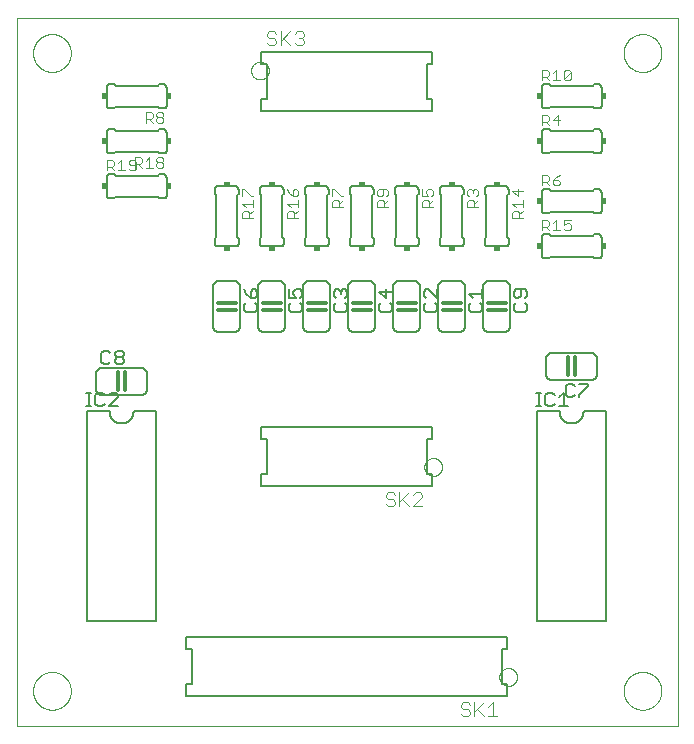
<source format=gto>
G75*
%MOIN*%
%OFA0B0*%
%FSLAX25Y25*%
%IPPOS*%
%LPD*%
%AMOC8*
5,1,8,0,0,1.08239X$1,22.5*
%
%ADD10C,0.00000*%
%ADD11C,0.00600*%
%ADD12C,0.01200*%
%ADD13C,0.00500*%
%ADD14C,0.00400*%
%ADD15R,0.01500X0.02000*%
%ADD16R,0.02000X0.01500*%
D10*
X0001000Y0001000D02*
X0001000Y0237220D01*
X0221472Y0237220D01*
X0221472Y0001000D01*
X0001000Y0001000D01*
X0006512Y0012811D02*
X0006514Y0012969D01*
X0006520Y0013127D01*
X0006530Y0013285D01*
X0006544Y0013443D01*
X0006562Y0013600D01*
X0006583Y0013757D01*
X0006609Y0013913D01*
X0006639Y0014069D01*
X0006672Y0014224D01*
X0006710Y0014377D01*
X0006751Y0014530D01*
X0006796Y0014682D01*
X0006845Y0014833D01*
X0006898Y0014982D01*
X0006954Y0015130D01*
X0007014Y0015276D01*
X0007078Y0015421D01*
X0007146Y0015564D01*
X0007217Y0015706D01*
X0007291Y0015846D01*
X0007369Y0015983D01*
X0007451Y0016119D01*
X0007535Y0016253D01*
X0007624Y0016384D01*
X0007715Y0016513D01*
X0007810Y0016640D01*
X0007907Y0016765D01*
X0008008Y0016887D01*
X0008112Y0017006D01*
X0008219Y0017123D01*
X0008329Y0017237D01*
X0008442Y0017348D01*
X0008557Y0017457D01*
X0008675Y0017562D01*
X0008796Y0017664D01*
X0008919Y0017764D01*
X0009045Y0017860D01*
X0009173Y0017953D01*
X0009303Y0018043D01*
X0009436Y0018129D01*
X0009571Y0018213D01*
X0009707Y0018292D01*
X0009846Y0018369D01*
X0009987Y0018441D01*
X0010129Y0018511D01*
X0010273Y0018576D01*
X0010419Y0018638D01*
X0010566Y0018696D01*
X0010715Y0018751D01*
X0010865Y0018802D01*
X0011016Y0018849D01*
X0011168Y0018892D01*
X0011321Y0018931D01*
X0011476Y0018967D01*
X0011631Y0018998D01*
X0011787Y0019026D01*
X0011943Y0019050D01*
X0012100Y0019070D01*
X0012258Y0019086D01*
X0012415Y0019098D01*
X0012574Y0019106D01*
X0012732Y0019110D01*
X0012890Y0019110D01*
X0013048Y0019106D01*
X0013207Y0019098D01*
X0013364Y0019086D01*
X0013522Y0019070D01*
X0013679Y0019050D01*
X0013835Y0019026D01*
X0013991Y0018998D01*
X0014146Y0018967D01*
X0014301Y0018931D01*
X0014454Y0018892D01*
X0014606Y0018849D01*
X0014757Y0018802D01*
X0014907Y0018751D01*
X0015056Y0018696D01*
X0015203Y0018638D01*
X0015349Y0018576D01*
X0015493Y0018511D01*
X0015635Y0018441D01*
X0015776Y0018369D01*
X0015915Y0018292D01*
X0016051Y0018213D01*
X0016186Y0018129D01*
X0016319Y0018043D01*
X0016449Y0017953D01*
X0016577Y0017860D01*
X0016703Y0017764D01*
X0016826Y0017664D01*
X0016947Y0017562D01*
X0017065Y0017457D01*
X0017180Y0017348D01*
X0017293Y0017237D01*
X0017403Y0017123D01*
X0017510Y0017006D01*
X0017614Y0016887D01*
X0017715Y0016765D01*
X0017812Y0016640D01*
X0017907Y0016513D01*
X0017998Y0016384D01*
X0018087Y0016253D01*
X0018171Y0016119D01*
X0018253Y0015983D01*
X0018331Y0015846D01*
X0018405Y0015706D01*
X0018476Y0015564D01*
X0018544Y0015421D01*
X0018608Y0015276D01*
X0018668Y0015130D01*
X0018724Y0014982D01*
X0018777Y0014833D01*
X0018826Y0014682D01*
X0018871Y0014530D01*
X0018912Y0014377D01*
X0018950Y0014224D01*
X0018983Y0014069D01*
X0019013Y0013913D01*
X0019039Y0013757D01*
X0019060Y0013600D01*
X0019078Y0013443D01*
X0019092Y0013285D01*
X0019102Y0013127D01*
X0019108Y0012969D01*
X0019110Y0012811D01*
X0019108Y0012653D01*
X0019102Y0012495D01*
X0019092Y0012337D01*
X0019078Y0012179D01*
X0019060Y0012022D01*
X0019039Y0011865D01*
X0019013Y0011709D01*
X0018983Y0011553D01*
X0018950Y0011398D01*
X0018912Y0011245D01*
X0018871Y0011092D01*
X0018826Y0010940D01*
X0018777Y0010789D01*
X0018724Y0010640D01*
X0018668Y0010492D01*
X0018608Y0010346D01*
X0018544Y0010201D01*
X0018476Y0010058D01*
X0018405Y0009916D01*
X0018331Y0009776D01*
X0018253Y0009639D01*
X0018171Y0009503D01*
X0018087Y0009369D01*
X0017998Y0009238D01*
X0017907Y0009109D01*
X0017812Y0008982D01*
X0017715Y0008857D01*
X0017614Y0008735D01*
X0017510Y0008616D01*
X0017403Y0008499D01*
X0017293Y0008385D01*
X0017180Y0008274D01*
X0017065Y0008165D01*
X0016947Y0008060D01*
X0016826Y0007958D01*
X0016703Y0007858D01*
X0016577Y0007762D01*
X0016449Y0007669D01*
X0016319Y0007579D01*
X0016186Y0007493D01*
X0016051Y0007409D01*
X0015915Y0007330D01*
X0015776Y0007253D01*
X0015635Y0007181D01*
X0015493Y0007111D01*
X0015349Y0007046D01*
X0015203Y0006984D01*
X0015056Y0006926D01*
X0014907Y0006871D01*
X0014757Y0006820D01*
X0014606Y0006773D01*
X0014454Y0006730D01*
X0014301Y0006691D01*
X0014146Y0006655D01*
X0013991Y0006624D01*
X0013835Y0006596D01*
X0013679Y0006572D01*
X0013522Y0006552D01*
X0013364Y0006536D01*
X0013207Y0006524D01*
X0013048Y0006516D01*
X0012890Y0006512D01*
X0012732Y0006512D01*
X0012574Y0006516D01*
X0012415Y0006524D01*
X0012258Y0006536D01*
X0012100Y0006552D01*
X0011943Y0006572D01*
X0011787Y0006596D01*
X0011631Y0006624D01*
X0011476Y0006655D01*
X0011321Y0006691D01*
X0011168Y0006730D01*
X0011016Y0006773D01*
X0010865Y0006820D01*
X0010715Y0006871D01*
X0010566Y0006926D01*
X0010419Y0006984D01*
X0010273Y0007046D01*
X0010129Y0007111D01*
X0009987Y0007181D01*
X0009846Y0007253D01*
X0009707Y0007330D01*
X0009571Y0007409D01*
X0009436Y0007493D01*
X0009303Y0007579D01*
X0009173Y0007669D01*
X0009045Y0007762D01*
X0008919Y0007858D01*
X0008796Y0007958D01*
X0008675Y0008060D01*
X0008557Y0008165D01*
X0008442Y0008274D01*
X0008329Y0008385D01*
X0008219Y0008499D01*
X0008112Y0008616D01*
X0008008Y0008735D01*
X0007907Y0008857D01*
X0007810Y0008982D01*
X0007715Y0009109D01*
X0007624Y0009238D01*
X0007535Y0009369D01*
X0007451Y0009503D01*
X0007369Y0009639D01*
X0007291Y0009776D01*
X0007217Y0009916D01*
X0007146Y0010058D01*
X0007078Y0010201D01*
X0007014Y0010346D01*
X0006954Y0010492D01*
X0006898Y0010640D01*
X0006845Y0010789D01*
X0006796Y0010940D01*
X0006751Y0011092D01*
X0006710Y0011245D01*
X0006672Y0011398D01*
X0006639Y0011553D01*
X0006609Y0011709D01*
X0006583Y0011865D01*
X0006562Y0012022D01*
X0006544Y0012179D01*
X0006530Y0012337D01*
X0006520Y0012495D01*
X0006514Y0012653D01*
X0006512Y0012811D01*
X0136925Y0087437D02*
X0136927Y0087545D01*
X0136933Y0087654D01*
X0136943Y0087762D01*
X0136957Y0087869D01*
X0136975Y0087976D01*
X0136996Y0088083D01*
X0137022Y0088188D01*
X0137052Y0088293D01*
X0137085Y0088396D01*
X0137122Y0088498D01*
X0137163Y0088598D01*
X0137207Y0088697D01*
X0137256Y0088795D01*
X0137307Y0088890D01*
X0137362Y0088983D01*
X0137421Y0089075D01*
X0137483Y0089164D01*
X0137548Y0089251D01*
X0137616Y0089335D01*
X0137687Y0089417D01*
X0137761Y0089496D01*
X0137838Y0089572D01*
X0137918Y0089646D01*
X0138001Y0089716D01*
X0138086Y0089784D01*
X0138173Y0089848D01*
X0138263Y0089909D01*
X0138355Y0089967D01*
X0138449Y0090021D01*
X0138545Y0090072D01*
X0138642Y0090119D01*
X0138742Y0090163D01*
X0138843Y0090203D01*
X0138945Y0090239D01*
X0139048Y0090271D01*
X0139153Y0090300D01*
X0139259Y0090324D01*
X0139365Y0090345D01*
X0139472Y0090362D01*
X0139580Y0090375D01*
X0139688Y0090384D01*
X0139797Y0090389D01*
X0139905Y0090390D01*
X0140014Y0090387D01*
X0140122Y0090380D01*
X0140230Y0090369D01*
X0140337Y0090354D01*
X0140444Y0090335D01*
X0140550Y0090312D01*
X0140655Y0090286D01*
X0140760Y0090255D01*
X0140862Y0090221D01*
X0140964Y0090183D01*
X0141064Y0090141D01*
X0141163Y0090096D01*
X0141260Y0090047D01*
X0141354Y0089994D01*
X0141447Y0089938D01*
X0141538Y0089879D01*
X0141627Y0089816D01*
X0141713Y0089751D01*
X0141797Y0089682D01*
X0141878Y0089610D01*
X0141956Y0089535D01*
X0142032Y0089457D01*
X0142105Y0089376D01*
X0142175Y0089293D01*
X0142241Y0089208D01*
X0142305Y0089120D01*
X0142365Y0089029D01*
X0142422Y0088937D01*
X0142475Y0088842D01*
X0142525Y0088746D01*
X0142571Y0088648D01*
X0142614Y0088548D01*
X0142653Y0088447D01*
X0142688Y0088344D01*
X0142720Y0088241D01*
X0142747Y0088136D01*
X0142771Y0088030D01*
X0142791Y0087923D01*
X0142807Y0087816D01*
X0142819Y0087708D01*
X0142827Y0087600D01*
X0142831Y0087491D01*
X0142831Y0087383D01*
X0142827Y0087274D01*
X0142819Y0087166D01*
X0142807Y0087058D01*
X0142791Y0086951D01*
X0142771Y0086844D01*
X0142747Y0086738D01*
X0142720Y0086633D01*
X0142688Y0086530D01*
X0142653Y0086427D01*
X0142614Y0086326D01*
X0142571Y0086226D01*
X0142525Y0086128D01*
X0142475Y0086032D01*
X0142422Y0085937D01*
X0142365Y0085845D01*
X0142305Y0085754D01*
X0142241Y0085666D01*
X0142175Y0085581D01*
X0142105Y0085498D01*
X0142032Y0085417D01*
X0141956Y0085339D01*
X0141878Y0085264D01*
X0141797Y0085192D01*
X0141713Y0085123D01*
X0141627Y0085058D01*
X0141538Y0084995D01*
X0141447Y0084936D01*
X0141355Y0084880D01*
X0141260Y0084827D01*
X0141163Y0084778D01*
X0141064Y0084733D01*
X0140964Y0084691D01*
X0140862Y0084653D01*
X0140760Y0084619D01*
X0140655Y0084588D01*
X0140550Y0084562D01*
X0140444Y0084539D01*
X0140337Y0084520D01*
X0140230Y0084505D01*
X0140122Y0084494D01*
X0140014Y0084487D01*
X0139905Y0084484D01*
X0139797Y0084485D01*
X0139688Y0084490D01*
X0139580Y0084499D01*
X0139472Y0084512D01*
X0139365Y0084529D01*
X0139259Y0084550D01*
X0139153Y0084574D01*
X0139048Y0084603D01*
X0138945Y0084635D01*
X0138843Y0084671D01*
X0138742Y0084711D01*
X0138642Y0084755D01*
X0138545Y0084802D01*
X0138449Y0084853D01*
X0138355Y0084907D01*
X0138263Y0084965D01*
X0138173Y0085026D01*
X0138086Y0085090D01*
X0138001Y0085158D01*
X0137918Y0085228D01*
X0137838Y0085302D01*
X0137761Y0085378D01*
X0137687Y0085457D01*
X0137616Y0085539D01*
X0137548Y0085623D01*
X0137483Y0085710D01*
X0137421Y0085799D01*
X0137362Y0085891D01*
X0137307Y0085984D01*
X0137256Y0086079D01*
X0137207Y0086177D01*
X0137163Y0086276D01*
X0137122Y0086376D01*
X0137085Y0086478D01*
X0137052Y0086581D01*
X0137022Y0086686D01*
X0136996Y0086791D01*
X0136975Y0086898D01*
X0136957Y0087005D01*
X0136943Y0087112D01*
X0136933Y0087220D01*
X0136927Y0087329D01*
X0136925Y0087437D01*
X0161925Y0017437D02*
X0161927Y0017545D01*
X0161933Y0017654D01*
X0161943Y0017762D01*
X0161957Y0017869D01*
X0161975Y0017976D01*
X0161996Y0018083D01*
X0162022Y0018188D01*
X0162052Y0018293D01*
X0162085Y0018396D01*
X0162122Y0018498D01*
X0162163Y0018598D01*
X0162207Y0018697D01*
X0162256Y0018795D01*
X0162307Y0018890D01*
X0162362Y0018983D01*
X0162421Y0019075D01*
X0162483Y0019164D01*
X0162548Y0019251D01*
X0162616Y0019335D01*
X0162687Y0019417D01*
X0162761Y0019496D01*
X0162838Y0019572D01*
X0162918Y0019646D01*
X0163001Y0019716D01*
X0163086Y0019784D01*
X0163173Y0019848D01*
X0163263Y0019909D01*
X0163355Y0019967D01*
X0163449Y0020021D01*
X0163545Y0020072D01*
X0163642Y0020119D01*
X0163742Y0020163D01*
X0163843Y0020203D01*
X0163945Y0020239D01*
X0164048Y0020271D01*
X0164153Y0020300D01*
X0164259Y0020324D01*
X0164365Y0020345D01*
X0164472Y0020362D01*
X0164580Y0020375D01*
X0164688Y0020384D01*
X0164797Y0020389D01*
X0164905Y0020390D01*
X0165014Y0020387D01*
X0165122Y0020380D01*
X0165230Y0020369D01*
X0165337Y0020354D01*
X0165444Y0020335D01*
X0165550Y0020312D01*
X0165655Y0020286D01*
X0165760Y0020255D01*
X0165862Y0020221D01*
X0165964Y0020183D01*
X0166064Y0020141D01*
X0166163Y0020096D01*
X0166260Y0020047D01*
X0166354Y0019994D01*
X0166447Y0019938D01*
X0166538Y0019879D01*
X0166627Y0019816D01*
X0166713Y0019751D01*
X0166797Y0019682D01*
X0166878Y0019610D01*
X0166956Y0019535D01*
X0167032Y0019457D01*
X0167105Y0019376D01*
X0167175Y0019293D01*
X0167241Y0019208D01*
X0167305Y0019120D01*
X0167365Y0019029D01*
X0167422Y0018937D01*
X0167475Y0018842D01*
X0167525Y0018746D01*
X0167571Y0018648D01*
X0167614Y0018548D01*
X0167653Y0018447D01*
X0167688Y0018344D01*
X0167720Y0018241D01*
X0167747Y0018136D01*
X0167771Y0018030D01*
X0167791Y0017923D01*
X0167807Y0017816D01*
X0167819Y0017708D01*
X0167827Y0017600D01*
X0167831Y0017491D01*
X0167831Y0017383D01*
X0167827Y0017274D01*
X0167819Y0017166D01*
X0167807Y0017058D01*
X0167791Y0016951D01*
X0167771Y0016844D01*
X0167747Y0016738D01*
X0167720Y0016633D01*
X0167688Y0016530D01*
X0167653Y0016427D01*
X0167614Y0016326D01*
X0167571Y0016226D01*
X0167525Y0016128D01*
X0167475Y0016032D01*
X0167422Y0015937D01*
X0167365Y0015845D01*
X0167305Y0015754D01*
X0167241Y0015666D01*
X0167175Y0015581D01*
X0167105Y0015498D01*
X0167032Y0015417D01*
X0166956Y0015339D01*
X0166878Y0015264D01*
X0166797Y0015192D01*
X0166713Y0015123D01*
X0166627Y0015058D01*
X0166538Y0014995D01*
X0166447Y0014936D01*
X0166355Y0014880D01*
X0166260Y0014827D01*
X0166163Y0014778D01*
X0166064Y0014733D01*
X0165964Y0014691D01*
X0165862Y0014653D01*
X0165760Y0014619D01*
X0165655Y0014588D01*
X0165550Y0014562D01*
X0165444Y0014539D01*
X0165337Y0014520D01*
X0165230Y0014505D01*
X0165122Y0014494D01*
X0165014Y0014487D01*
X0164905Y0014484D01*
X0164797Y0014485D01*
X0164688Y0014490D01*
X0164580Y0014499D01*
X0164472Y0014512D01*
X0164365Y0014529D01*
X0164259Y0014550D01*
X0164153Y0014574D01*
X0164048Y0014603D01*
X0163945Y0014635D01*
X0163843Y0014671D01*
X0163742Y0014711D01*
X0163642Y0014755D01*
X0163545Y0014802D01*
X0163449Y0014853D01*
X0163355Y0014907D01*
X0163263Y0014965D01*
X0163173Y0015026D01*
X0163086Y0015090D01*
X0163001Y0015158D01*
X0162918Y0015228D01*
X0162838Y0015302D01*
X0162761Y0015378D01*
X0162687Y0015457D01*
X0162616Y0015539D01*
X0162548Y0015623D01*
X0162483Y0015710D01*
X0162421Y0015799D01*
X0162362Y0015891D01*
X0162307Y0015984D01*
X0162256Y0016079D01*
X0162207Y0016177D01*
X0162163Y0016276D01*
X0162122Y0016376D01*
X0162085Y0016478D01*
X0162052Y0016581D01*
X0162022Y0016686D01*
X0161996Y0016791D01*
X0161975Y0016898D01*
X0161957Y0017005D01*
X0161943Y0017112D01*
X0161933Y0017220D01*
X0161927Y0017329D01*
X0161925Y0017437D01*
X0203362Y0012811D02*
X0203364Y0012969D01*
X0203370Y0013127D01*
X0203380Y0013285D01*
X0203394Y0013443D01*
X0203412Y0013600D01*
X0203433Y0013757D01*
X0203459Y0013913D01*
X0203489Y0014069D01*
X0203522Y0014224D01*
X0203560Y0014377D01*
X0203601Y0014530D01*
X0203646Y0014682D01*
X0203695Y0014833D01*
X0203748Y0014982D01*
X0203804Y0015130D01*
X0203864Y0015276D01*
X0203928Y0015421D01*
X0203996Y0015564D01*
X0204067Y0015706D01*
X0204141Y0015846D01*
X0204219Y0015983D01*
X0204301Y0016119D01*
X0204385Y0016253D01*
X0204474Y0016384D01*
X0204565Y0016513D01*
X0204660Y0016640D01*
X0204757Y0016765D01*
X0204858Y0016887D01*
X0204962Y0017006D01*
X0205069Y0017123D01*
X0205179Y0017237D01*
X0205292Y0017348D01*
X0205407Y0017457D01*
X0205525Y0017562D01*
X0205646Y0017664D01*
X0205769Y0017764D01*
X0205895Y0017860D01*
X0206023Y0017953D01*
X0206153Y0018043D01*
X0206286Y0018129D01*
X0206421Y0018213D01*
X0206557Y0018292D01*
X0206696Y0018369D01*
X0206837Y0018441D01*
X0206979Y0018511D01*
X0207123Y0018576D01*
X0207269Y0018638D01*
X0207416Y0018696D01*
X0207565Y0018751D01*
X0207715Y0018802D01*
X0207866Y0018849D01*
X0208018Y0018892D01*
X0208171Y0018931D01*
X0208326Y0018967D01*
X0208481Y0018998D01*
X0208637Y0019026D01*
X0208793Y0019050D01*
X0208950Y0019070D01*
X0209108Y0019086D01*
X0209265Y0019098D01*
X0209424Y0019106D01*
X0209582Y0019110D01*
X0209740Y0019110D01*
X0209898Y0019106D01*
X0210057Y0019098D01*
X0210214Y0019086D01*
X0210372Y0019070D01*
X0210529Y0019050D01*
X0210685Y0019026D01*
X0210841Y0018998D01*
X0210996Y0018967D01*
X0211151Y0018931D01*
X0211304Y0018892D01*
X0211456Y0018849D01*
X0211607Y0018802D01*
X0211757Y0018751D01*
X0211906Y0018696D01*
X0212053Y0018638D01*
X0212199Y0018576D01*
X0212343Y0018511D01*
X0212485Y0018441D01*
X0212626Y0018369D01*
X0212765Y0018292D01*
X0212901Y0018213D01*
X0213036Y0018129D01*
X0213169Y0018043D01*
X0213299Y0017953D01*
X0213427Y0017860D01*
X0213553Y0017764D01*
X0213676Y0017664D01*
X0213797Y0017562D01*
X0213915Y0017457D01*
X0214030Y0017348D01*
X0214143Y0017237D01*
X0214253Y0017123D01*
X0214360Y0017006D01*
X0214464Y0016887D01*
X0214565Y0016765D01*
X0214662Y0016640D01*
X0214757Y0016513D01*
X0214848Y0016384D01*
X0214937Y0016253D01*
X0215021Y0016119D01*
X0215103Y0015983D01*
X0215181Y0015846D01*
X0215255Y0015706D01*
X0215326Y0015564D01*
X0215394Y0015421D01*
X0215458Y0015276D01*
X0215518Y0015130D01*
X0215574Y0014982D01*
X0215627Y0014833D01*
X0215676Y0014682D01*
X0215721Y0014530D01*
X0215762Y0014377D01*
X0215800Y0014224D01*
X0215833Y0014069D01*
X0215863Y0013913D01*
X0215889Y0013757D01*
X0215910Y0013600D01*
X0215928Y0013443D01*
X0215942Y0013285D01*
X0215952Y0013127D01*
X0215958Y0012969D01*
X0215960Y0012811D01*
X0215958Y0012653D01*
X0215952Y0012495D01*
X0215942Y0012337D01*
X0215928Y0012179D01*
X0215910Y0012022D01*
X0215889Y0011865D01*
X0215863Y0011709D01*
X0215833Y0011553D01*
X0215800Y0011398D01*
X0215762Y0011245D01*
X0215721Y0011092D01*
X0215676Y0010940D01*
X0215627Y0010789D01*
X0215574Y0010640D01*
X0215518Y0010492D01*
X0215458Y0010346D01*
X0215394Y0010201D01*
X0215326Y0010058D01*
X0215255Y0009916D01*
X0215181Y0009776D01*
X0215103Y0009639D01*
X0215021Y0009503D01*
X0214937Y0009369D01*
X0214848Y0009238D01*
X0214757Y0009109D01*
X0214662Y0008982D01*
X0214565Y0008857D01*
X0214464Y0008735D01*
X0214360Y0008616D01*
X0214253Y0008499D01*
X0214143Y0008385D01*
X0214030Y0008274D01*
X0213915Y0008165D01*
X0213797Y0008060D01*
X0213676Y0007958D01*
X0213553Y0007858D01*
X0213427Y0007762D01*
X0213299Y0007669D01*
X0213169Y0007579D01*
X0213036Y0007493D01*
X0212901Y0007409D01*
X0212765Y0007330D01*
X0212626Y0007253D01*
X0212485Y0007181D01*
X0212343Y0007111D01*
X0212199Y0007046D01*
X0212053Y0006984D01*
X0211906Y0006926D01*
X0211757Y0006871D01*
X0211607Y0006820D01*
X0211456Y0006773D01*
X0211304Y0006730D01*
X0211151Y0006691D01*
X0210996Y0006655D01*
X0210841Y0006624D01*
X0210685Y0006596D01*
X0210529Y0006572D01*
X0210372Y0006552D01*
X0210214Y0006536D01*
X0210057Y0006524D01*
X0209898Y0006516D01*
X0209740Y0006512D01*
X0209582Y0006512D01*
X0209424Y0006516D01*
X0209265Y0006524D01*
X0209108Y0006536D01*
X0208950Y0006552D01*
X0208793Y0006572D01*
X0208637Y0006596D01*
X0208481Y0006624D01*
X0208326Y0006655D01*
X0208171Y0006691D01*
X0208018Y0006730D01*
X0207866Y0006773D01*
X0207715Y0006820D01*
X0207565Y0006871D01*
X0207416Y0006926D01*
X0207269Y0006984D01*
X0207123Y0007046D01*
X0206979Y0007111D01*
X0206837Y0007181D01*
X0206696Y0007253D01*
X0206557Y0007330D01*
X0206421Y0007409D01*
X0206286Y0007493D01*
X0206153Y0007579D01*
X0206023Y0007669D01*
X0205895Y0007762D01*
X0205769Y0007858D01*
X0205646Y0007958D01*
X0205525Y0008060D01*
X0205407Y0008165D01*
X0205292Y0008274D01*
X0205179Y0008385D01*
X0205069Y0008499D01*
X0204962Y0008616D01*
X0204858Y0008735D01*
X0204757Y0008857D01*
X0204660Y0008982D01*
X0204565Y0009109D01*
X0204474Y0009238D01*
X0204385Y0009369D01*
X0204301Y0009503D01*
X0204219Y0009639D01*
X0204141Y0009776D01*
X0204067Y0009916D01*
X0203996Y0010058D01*
X0203928Y0010201D01*
X0203864Y0010346D01*
X0203804Y0010492D01*
X0203748Y0010640D01*
X0203695Y0010789D01*
X0203646Y0010940D01*
X0203601Y0011092D01*
X0203560Y0011245D01*
X0203522Y0011398D01*
X0203489Y0011553D01*
X0203459Y0011709D01*
X0203433Y0011865D01*
X0203412Y0012022D01*
X0203394Y0012179D01*
X0203380Y0012337D01*
X0203370Y0012495D01*
X0203364Y0012653D01*
X0203362Y0012811D01*
X0079169Y0219563D02*
X0079171Y0219671D01*
X0079177Y0219780D01*
X0079187Y0219888D01*
X0079201Y0219995D01*
X0079219Y0220102D01*
X0079240Y0220209D01*
X0079266Y0220314D01*
X0079296Y0220419D01*
X0079329Y0220522D01*
X0079366Y0220624D01*
X0079407Y0220724D01*
X0079451Y0220823D01*
X0079500Y0220921D01*
X0079551Y0221016D01*
X0079606Y0221109D01*
X0079665Y0221201D01*
X0079727Y0221290D01*
X0079792Y0221377D01*
X0079860Y0221461D01*
X0079931Y0221543D01*
X0080005Y0221622D01*
X0080082Y0221698D01*
X0080162Y0221772D01*
X0080245Y0221842D01*
X0080330Y0221910D01*
X0080417Y0221974D01*
X0080507Y0222035D01*
X0080599Y0222093D01*
X0080693Y0222147D01*
X0080789Y0222198D01*
X0080886Y0222245D01*
X0080986Y0222289D01*
X0081087Y0222329D01*
X0081189Y0222365D01*
X0081292Y0222397D01*
X0081397Y0222426D01*
X0081503Y0222450D01*
X0081609Y0222471D01*
X0081716Y0222488D01*
X0081824Y0222501D01*
X0081932Y0222510D01*
X0082041Y0222515D01*
X0082149Y0222516D01*
X0082258Y0222513D01*
X0082366Y0222506D01*
X0082474Y0222495D01*
X0082581Y0222480D01*
X0082688Y0222461D01*
X0082794Y0222438D01*
X0082899Y0222412D01*
X0083004Y0222381D01*
X0083106Y0222347D01*
X0083208Y0222309D01*
X0083308Y0222267D01*
X0083407Y0222222D01*
X0083504Y0222173D01*
X0083598Y0222120D01*
X0083691Y0222064D01*
X0083782Y0222005D01*
X0083871Y0221942D01*
X0083957Y0221877D01*
X0084041Y0221808D01*
X0084122Y0221736D01*
X0084200Y0221661D01*
X0084276Y0221583D01*
X0084349Y0221502D01*
X0084419Y0221419D01*
X0084485Y0221334D01*
X0084549Y0221246D01*
X0084609Y0221155D01*
X0084666Y0221063D01*
X0084719Y0220968D01*
X0084769Y0220872D01*
X0084815Y0220774D01*
X0084858Y0220674D01*
X0084897Y0220573D01*
X0084932Y0220470D01*
X0084964Y0220367D01*
X0084991Y0220262D01*
X0085015Y0220156D01*
X0085035Y0220049D01*
X0085051Y0219942D01*
X0085063Y0219834D01*
X0085071Y0219726D01*
X0085075Y0219617D01*
X0085075Y0219509D01*
X0085071Y0219400D01*
X0085063Y0219292D01*
X0085051Y0219184D01*
X0085035Y0219077D01*
X0085015Y0218970D01*
X0084991Y0218864D01*
X0084964Y0218759D01*
X0084932Y0218656D01*
X0084897Y0218553D01*
X0084858Y0218452D01*
X0084815Y0218352D01*
X0084769Y0218254D01*
X0084719Y0218158D01*
X0084666Y0218063D01*
X0084609Y0217971D01*
X0084549Y0217880D01*
X0084485Y0217792D01*
X0084419Y0217707D01*
X0084349Y0217624D01*
X0084276Y0217543D01*
X0084200Y0217465D01*
X0084122Y0217390D01*
X0084041Y0217318D01*
X0083957Y0217249D01*
X0083871Y0217184D01*
X0083782Y0217121D01*
X0083691Y0217062D01*
X0083599Y0217006D01*
X0083504Y0216953D01*
X0083407Y0216904D01*
X0083308Y0216859D01*
X0083208Y0216817D01*
X0083106Y0216779D01*
X0083004Y0216745D01*
X0082899Y0216714D01*
X0082794Y0216688D01*
X0082688Y0216665D01*
X0082581Y0216646D01*
X0082474Y0216631D01*
X0082366Y0216620D01*
X0082258Y0216613D01*
X0082149Y0216610D01*
X0082041Y0216611D01*
X0081932Y0216616D01*
X0081824Y0216625D01*
X0081716Y0216638D01*
X0081609Y0216655D01*
X0081503Y0216676D01*
X0081397Y0216700D01*
X0081292Y0216729D01*
X0081189Y0216761D01*
X0081087Y0216797D01*
X0080986Y0216837D01*
X0080886Y0216881D01*
X0080789Y0216928D01*
X0080693Y0216979D01*
X0080599Y0217033D01*
X0080507Y0217091D01*
X0080417Y0217152D01*
X0080330Y0217216D01*
X0080245Y0217284D01*
X0080162Y0217354D01*
X0080082Y0217428D01*
X0080005Y0217504D01*
X0079931Y0217583D01*
X0079860Y0217665D01*
X0079792Y0217749D01*
X0079727Y0217836D01*
X0079665Y0217925D01*
X0079606Y0218017D01*
X0079551Y0218110D01*
X0079500Y0218205D01*
X0079451Y0218303D01*
X0079407Y0218402D01*
X0079366Y0218502D01*
X0079329Y0218604D01*
X0079296Y0218707D01*
X0079266Y0218812D01*
X0079240Y0218917D01*
X0079219Y0219024D01*
X0079201Y0219131D01*
X0079187Y0219238D01*
X0079177Y0219346D01*
X0079171Y0219455D01*
X0079169Y0219563D01*
X0006512Y0225409D02*
X0006514Y0225567D01*
X0006520Y0225725D01*
X0006530Y0225883D01*
X0006544Y0226041D01*
X0006562Y0226198D01*
X0006583Y0226355D01*
X0006609Y0226511D01*
X0006639Y0226667D01*
X0006672Y0226822D01*
X0006710Y0226975D01*
X0006751Y0227128D01*
X0006796Y0227280D01*
X0006845Y0227431D01*
X0006898Y0227580D01*
X0006954Y0227728D01*
X0007014Y0227874D01*
X0007078Y0228019D01*
X0007146Y0228162D01*
X0007217Y0228304D01*
X0007291Y0228444D01*
X0007369Y0228581D01*
X0007451Y0228717D01*
X0007535Y0228851D01*
X0007624Y0228982D01*
X0007715Y0229111D01*
X0007810Y0229238D01*
X0007907Y0229363D01*
X0008008Y0229485D01*
X0008112Y0229604D01*
X0008219Y0229721D01*
X0008329Y0229835D01*
X0008442Y0229946D01*
X0008557Y0230055D01*
X0008675Y0230160D01*
X0008796Y0230262D01*
X0008919Y0230362D01*
X0009045Y0230458D01*
X0009173Y0230551D01*
X0009303Y0230641D01*
X0009436Y0230727D01*
X0009571Y0230811D01*
X0009707Y0230890D01*
X0009846Y0230967D01*
X0009987Y0231039D01*
X0010129Y0231109D01*
X0010273Y0231174D01*
X0010419Y0231236D01*
X0010566Y0231294D01*
X0010715Y0231349D01*
X0010865Y0231400D01*
X0011016Y0231447D01*
X0011168Y0231490D01*
X0011321Y0231529D01*
X0011476Y0231565D01*
X0011631Y0231596D01*
X0011787Y0231624D01*
X0011943Y0231648D01*
X0012100Y0231668D01*
X0012258Y0231684D01*
X0012415Y0231696D01*
X0012574Y0231704D01*
X0012732Y0231708D01*
X0012890Y0231708D01*
X0013048Y0231704D01*
X0013207Y0231696D01*
X0013364Y0231684D01*
X0013522Y0231668D01*
X0013679Y0231648D01*
X0013835Y0231624D01*
X0013991Y0231596D01*
X0014146Y0231565D01*
X0014301Y0231529D01*
X0014454Y0231490D01*
X0014606Y0231447D01*
X0014757Y0231400D01*
X0014907Y0231349D01*
X0015056Y0231294D01*
X0015203Y0231236D01*
X0015349Y0231174D01*
X0015493Y0231109D01*
X0015635Y0231039D01*
X0015776Y0230967D01*
X0015915Y0230890D01*
X0016051Y0230811D01*
X0016186Y0230727D01*
X0016319Y0230641D01*
X0016449Y0230551D01*
X0016577Y0230458D01*
X0016703Y0230362D01*
X0016826Y0230262D01*
X0016947Y0230160D01*
X0017065Y0230055D01*
X0017180Y0229946D01*
X0017293Y0229835D01*
X0017403Y0229721D01*
X0017510Y0229604D01*
X0017614Y0229485D01*
X0017715Y0229363D01*
X0017812Y0229238D01*
X0017907Y0229111D01*
X0017998Y0228982D01*
X0018087Y0228851D01*
X0018171Y0228717D01*
X0018253Y0228581D01*
X0018331Y0228444D01*
X0018405Y0228304D01*
X0018476Y0228162D01*
X0018544Y0228019D01*
X0018608Y0227874D01*
X0018668Y0227728D01*
X0018724Y0227580D01*
X0018777Y0227431D01*
X0018826Y0227280D01*
X0018871Y0227128D01*
X0018912Y0226975D01*
X0018950Y0226822D01*
X0018983Y0226667D01*
X0019013Y0226511D01*
X0019039Y0226355D01*
X0019060Y0226198D01*
X0019078Y0226041D01*
X0019092Y0225883D01*
X0019102Y0225725D01*
X0019108Y0225567D01*
X0019110Y0225409D01*
X0019108Y0225251D01*
X0019102Y0225093D01*
X0019092Y0224935D01*
X0019078Y0224777D01*
X0019060Y0224620D01*
X0019039Y0224463D01*
X0019013Y0224307D01*
X0018983Y0224151D01*
X0018950Y0223996D01*
X0018912Y0223843D01*
X0018871Y0223690D01*
X0018826Y0223538D01*
X0018777Y0223387D01*
X0018724Y0223238D01*
X0018668Y0223090D01*
X0018608Y0222944D01*
X0018544Y0222799D01*
X0018476Y0222656D01*
X0018405Y0222514D01*
X0018331Y0222374D01*
X0018253Y0222237D01*
X0018171Y0222101D01*
X0018087Y0221967D01*
X0017998Y0221836D01*
X0017907Y0221707D01*
X0017812Y0221580D01*
X0017715Y0221455D01*
X0017614Y0221333D01*
X0017510Y0221214D01*
X0017403Y0221097D01*
X0017293Y0220983D01*
X0017180Y0220872D01*
X0017065Y0220763D01*
X0016947Y0220658D01*
X0016826Y0220556D01*
X0016703Y0220456D01*
X0016577Y0220360D01*
X0016449Y0220267D01*
X0016319Y0220177D01*
X0016186Y0220091D01*
X0016051Y0220007D01*
X0015915Y0219928D01*
X0015776Y0219851D01*
X0015635Y0219779D01*
X0015493Y0219709D01*
X0015349Y0219644D01*
X0015203Y0219582D01*
X0015056Y0219524D01*
X0014907Y0219469D01*
X0014757Y0219418D01*
X0014606Y0219371D01*
X0014454Y0219328D01*
X0014301Y0219289D01*
X0014146Y0219253D01*
X0013991Y0219222D01*
X0013835Y0219194D01*
X0013679Y0219170D01*
X0013522Y0219150D01*
X0013364Y0219134D01*
X0013207Y0219122D01*
X0013048Y0219114D01*
X0012890Y0219110D01*
X0012732Y0219110D01*
X0012574Y0219114D01*
X0012415Y0219122D01*
X0012258Y0219134D01*
X0012100Y0219150D01*
X0011943Y0219170D01*
X0011787Y0219194D01*
X0011631Y0219222D01*
X0011476Y0219253D01*
X0011321Y0219289D01*
X0011168Y0219328D01*
X0011016Y0219371D01*
X0010865Y0219418D01*
X0010715Y0219469D01*
X0010566Y0219524D01*
X0010419Y0219582D01*
X0010273Y0219644D01*
X0010129Y0219709D01*
X0009987Y0219779D01*
X0009846Y0219851D01*
X0009707Y0219928D01*
X0009571Y0220007D01*
X0009436Y0220091D01*
X0009303Y0220177D01*
X0009173Y0220267D01*
X0009045Y0220360D01*
X0008919Y0220456D01*
X0008796Y0220556D01*
X0008675Y0220658D01*
X0008557Y0220763D01*
X0008442Y0220872D01*
X0008329Y0220983D01*
X0008219Y0221097D01*
X0008112Y0221214D01*
X0008008Y0221333D01*
X0007907Y0221455D01*
X0007810Y0221580D01*
X0007715Y0221707D01*
X0007624Y0221836D01*
X0007535Y0221967D01*
X0007451Y0222101D01*
X0007369Y0222237D01*
X0007291Y0222374D01*
X0007217Y0222514D01*
X0007146Y0222656D01*
X0007078Y0222799D01*
X0007014Y0222944D01*
X0006954Y0223090D01*
X0006898Y0223238D01*
X0006845Y0223387D01*
X0006796Y0223538D01*
X0006751Y0223690D01*
X0006710Y0223843D01*
X0006672Y0223996D01*
X0006639Y0224151D01*
X0006609Y0224307D01*
X0006583Y0224463D01*
X0006562Y0224620D01*
X0006544Y0224777D01*
X0006530Y0224935D01*
X0006520Y0225093D01*
X0006514Y0225251D01*
X0006512Y0225409D01*
X0203362Y0225409D02*
X0203364Y0225567D01*
X0203370Y0225725D01*
X0203380Y0225883D01*
X0203394Y0226041D01*
X0203412Y0226198D01*
X0203433Y0226355D01*
X0203459Y0226511D01*
X0203489Y0226667D01*
X0203522Y0226822D01*
X0203560Y0226975D01*
X0203601Y0227128D01*
X0203646Y0227280D01*
X0203695Y0227431D01*
X0203748Y0227580D01*
X0203804Y0227728D01*
X0203864Y0227874D01*
X0203928Y0228019D01*
X0203996Y0228162D01*
X0204067Y0228304D01*
X0204141Y0228444D01*
X0204219Y0228581D01*
X0204301Y0228717D01*
X0204385Y0228851D01*
X0204474Y0228982D01*
X0204565Y0229111D01*
X0204660Y0229238D01*
X0204757Y0229363D01*
X0204858Y0229485D01*
X0204962Y0229604D01*
X0205069Y0229721D01*
X0205179Y0229835D01*
X0205292Y0229946D01*
X0205407Y0230055D01*
X0205525Y0230160D01*
X0205646Y0230262D01*
X0205769Y0230362D01*
X0205895Y0230458D01*
X0206023Y0230551D01*
X0206153Y0230641D01*
X0206286Y0230727D01*
X0206421Y0230811D01*
X0206557Y0230890D01*
X0206696Y0230967D01*
X0206837Y0231039D01*
X0206979Y0231109D01*
X0207123Y0231174D01*
X0207269Y0231236D01*
X0207416Y0231294D01*
X0207565Y0231349D01*
X0207715Y0231400D01*
X0207866Y0231447D01*
X0208018Y0231490D01*
X0208171Y0231529D01*
X0208326Y0231565D01*
X0208481Y0231596D01*
X0208637Y0231624D01*
X0208793Y0231648D01*
X0208950Y0231668D01*
X0209108Y0231684D01*
X0209265Y0231696D01*
X0209424Y0231704D01*
X0209582Y0231708D01*
X0209740Y0231708D01*
X0209898Y0231704D01*
X0210057Y0231696D01*
X0210214Y0231684D01*
X0210372Y0231668D01*
X0210529Y0231648D01*
X0210685Y0231624D01*
X0210841Y0231596D01*
X0210996Y0231565D01*
X0211151Y0231529D01*
X0211304Y0231490D01*
X0211456Y0231447D01*
X0211607Y0231400D01*
X0211757Y0231349D01*
X0211906Y0231294D01*
X0212053Y0231236D01*
X0212199Y0231174D01*
X0212343Y0231109D01*
X0212485Y0231039D01*
X0212626Y0230967D01*
X0212765Y0230890D01*
X0212901Y0230811D01*
X0213036Y0230727D01*
X0213169Y0230641D01*
X0213299Y0230551D01*
X0213427Y0230458D01*
X0213553Y0230362D01*
X0213676Y0230262D01*
X0213797Y0230160D01*
X0213915Y0230055D01*
X0214030Y0229946D01*
X0214143Y0229835D01*
X0214253Y0229721D01*
X0214360Y0229604D01*
X0214464Y0229485D01*
X0214565Y0229363D01*
X0214662Y0229238D01*
X0214757Y0229111D01*
X0214848Y0228982D01*
X0214937Y0228851D01*
X0215021Y0228717D01*
X0215103Y0228581D01*
X0215181Y0228444D01*
X0215255Y0228304D01*
X0215326Y0228162D01*
X0215394Y0228019D01*
X0215458Y0227874D01*
X0215518Y0227728D01*
X0215574Y0227580D01*
X0215627Y0227431D01*
X0215676Y0227280D01*
X0215721Y0227128D01*
X0215762Y0226975D01*
X0215800Y0226822D01*
X0215833Y0226667D01*
X0215863Y0226511D01*
X0215889Y0226355D01*
X0215910Y0226198D01*
X0215928Y0226041D01*
X0215942Y0225883D01*
X0215952Y0225725D01*
X0215958Y0225567D01*
X0215960Y0225409D01*
X0215958Y0225251D01*
X0215952Y0225093D01*
X0215942Y0224935D01*
X0215928Y0224777D01*
X0215910Y0224620D01*
X0215889Y0224463D01*
X0215863Y0224307D01*
X0215833Y0224151D01*
X0215800Y0223996D01*
X0215762Y0223843D01*
X0215721Y0223690D01*
X0215676Y0223538D01*
X0215627Y0223387D01*
X0215574Y0223238D01*
X0215518Y0223090D01*
X0215458Y0222944D01*
X0215394Y0222799D01*
X0215326Y0222656D01*
X0215255Y0222514D01*
X0215181Y0222374D01*
X0215103Y0222237D01*
X0215021Y0222101D01*
X0214937Y0221967D01*
X0214848Y0221836D01*
X0214757Y0221707D01*
X0214662Y0221580D01*
X0214565Y0221455D01*
X0214464Y0221333D01*
X0214360Y0221214D01*
X0214253Y0221097D01*
X0214143Y0220983D01*
X0214030Y0220872D01*
X0213915Y0220763D01*
X0213797Y0220658D01*
X0213676Y0220556D01*
X0213553Y0220456D01*
X0213427Y0220360D01*
X0213299Y0220267D01*
X0213169Y0220177D01*
X0213036Y0220091D01*
X0212901Y0220007D01*
X0212765Y0219928D01*
X0212626Y0219851D01*
X0212485Y0219779D01*
X0212343Y0219709D01*
X0212199Y0219644D01*
X0212053Y0219582D01*
X0211906Y0219524D01*
X0211757Y0219469D01*
X0211607Y0219418D01*
X0211456Y0219371D01*
X0211304Y0219328D01*
X0211151Y0219289D01*
X0210996Y0219253D01*
X0210841Y0219222D01*
X0210685Y0219194D01*
X0210529Y0219170D01*
X0210372Y0219150D01*
X0210214Y0219134D01*
X0210057Y0219122D01*
X0209898Y0219114D01*
X0209740Y0219110D01*
X0209582Y0219110D01*
X0209424Y0219114D01*
X0209265Y0219122D01*
X0209108Y0219134D01*
X0208950Y0219150D01*
X0208793Y0219170D01*
X0208637Y0219194D01*
X0208481Y0219222D01*
X0208326Y0219253D01*
X0208171Y0219289D01*
X0208018Y0219328D01*
X0207866Y0219371D01*
X0207715Y0219418D01*
X0207565Y0219469D01*
X0207416Y0219524D01*
X0207269Y0219582D01*
X0207123Y0219644D01*
X0206979Y0219709D01*
X0206837Y0219779D01*
X0206696Y0219851D01*
X0206557Y0219928D01*
X0206421Y0220007D01*
X0206286Y0220091D01*
X0206153Y0220177D01*
X0206023Y0220267D01*
X0205895Y0220360D01*
X0205769Y0220456D01*
X0205646Y0220556D01*
X0205525Y0220658D01*
X0205407Y0220763D01*
X0205292Y0220872D01*
X0205179Y0220983D01*
X0205069Y0221097D01*
X0204962Y0221214D01*
X0204858Y0221333D01*
X0204757Y0221455D01*
X0204660Y0221580D01*
X0204565Y0221707D01*
X0204474Y0221836D01*
X0204385Y0221967D01*
X0204301Y0222101D01*
X0204219Y0222237D01*
X0204141Y0222374D01*
X0204067Y0222514D01*
X0203996Y0222656D01*
X0203928Y0222799D01*
X0203864Y0222944D01*
X0203804Y0223090D01*
X0203748Y0223238D01*
X0203695Y0223387D01*
X0203646Y0223538D01*
X0203601Y0223690D01*
X0203560Y0223843D01*
X0203522Y0223996D01*
X0203489Y0224151D01*
X0203459Y0224307D01*
X0203433Y0224463D01*
X0203412Y0224620D01*
X0203394Y0224777D01*
X0203380Y0224935D01*
X0203370Y0225093D01*
X0203364Y0225251D01*
X0203362Y0225409D01*
D11*
X0195000Y0215000D02*
X0193500Y0215000D01*
X0193000Y0214500D01*
X0179000Y0214500D01*
X0178500Y0215000D01*
X0177000Y0215000D01*
X0176940Y0214998D01*
X0176879Y0214993D01*
X0176820Y0214984D01*
X0176761Y0214971D01*
X0176702Y0214955D01*
X0176645Y0214935D01*
X0176590Y0214912D01*
X0176535Y0214885D01*
X0176483Y0214856D01*
X0176432Y0214823D01*
X0176383Y0214787D01*
X0176337Y0214749D01*
X0176293Y0214707D01*
X0176251Y0214663D01*
X0176213Y0214617D01*
X0176177Y0214568D01*
X0176144Y0214517D01*
X0176115Y0214465D01*
X0176088Y0214410D01*
X0176065Y0214355D01*
X0176045Y0214298D01*
X0176029Y0214239D01*
X0176016Y0214180D01*
X0176007Y0214121D01*
X0176002Y0214060D01*
X0176000Y0214000D01*
X0176000Y0208000D01*
X0176002Y0207940D01*
X0176007Y0207879D01*
X0176016Y0207820D01*
X0176029Y0207761D01*
X0176045Y0207702D01*
X0176065Y0207645D01*
X0176088Y0207590D01*
X0176115Y0207535D01*
X0176144Y0207483D01*
X0176177Y0207432D01*
X0176213Y0207383D01*
X0176251Y0207337D01*
X0176293Y0207293D01*
X0176337Y0207251D01*
X0176383Y0207213D01*
X0176432Y0207177D01*
X0176483Y0207144D01*
X0176535Y0207115D01*
X0176590Y0207088D01*
X0176645Y0207065D01*
X0176702Y0207045D01*
X0176761Y0207029D01*
X0176820Y0207016D01*
X0176879Y0207007D01*
X0176940Y0207002D01*
X0177000Y0207000D01*
X0178500Y0207000D01*
X0179000Y0207500D01*
X0193000Y0207500D01*
X0193500Y0207000D01*
X0195000Y0207000D01*
X0195060Y0207002D01*
X0195121Y0207007D01*
X0195180Y0207016D01*
X0195239Y0207029D01*
X0195298Y0207045D01*
X0195355Y0207065D01*
X0195410Y0207088D01*
X0195465Y0207115D01*
X0195517Y0207144D01*
X0195568Y0207177D01*
X0195617Y0207213D01*
X0195663Y0207251D01*
X0195707Y0207293D01*
X0195749Y0207337D01*
X0195787Y0207383D01*
X0195823Y0207432D01*
X0195856Y0207483D01*
X0195885Y0207535D01*
X0195912Y0207590D01*
X0195935Y0207645D01*
X0195955Y0207702D01*
X0195971Y0207761D01*
X0195984Y0207820D01*
X0195993Y0207879D01*
X0195998Y0207940D01*
X0196000Y0208000D01*
X0196000Y0214000D01*
X0195998Y0214060D01*
X0195993Y0214121D01*
X0195984Y0214180D01*
X0195971Y0214239D01*
X0195955Y0214298D01*
X0195935Y0214355D01*
X0195912Y0214410D01*
X0195885Y0214465D01*
X0195856Y0214517D01*
X0195823Y0214568D01*
X0195787Y0214617D01*
X0195749Y0214663D01*
X0195707Y0214707D01*
X0195663Y0214749D01*
X0195617Y0214787D01*
X0195568Y0214823D01*
X0195517Y0214856D01*
X0195465Y0214885D01*
X0195410Y0214912D01*
X0195355Y0214935D01*
X0195298Y0214955D01*
X0195239Y0214971D01*
X0195180Y0214984D01*
X0195121Y0214993D01*
X0195060Y0214998D01*
X0195000Y0215000D01*
X0195000Y0200000D02*
X0193500Y0200000D01*
X0193000Y0199500D01*
X0179000Y0199500D01*
X0178500Y0200000D01*
X0177000Y0200000D01*
X0176940Y0199998D01*
X0176879Y0199993D01*
X0176820Y0199984D01*
X0176761Y0199971D01*
X0176702Y0199955D01*
X0176645Y0199935D01*
X0176590Y0199912D01*
X0176535Y0199885D01*
X0176483Y0199856D01*
X0176432Y0199823D01*
X0176383Y0199787D01*
X0176337Y0199749D01*
X0176293Y0199707D01*
X0176251Y0199663D01*
X0176213Y0199617D01*
X0176177Y0199568D01*
X0176144Y0199517D01*
X0176115Y0199465D01*
X0176088Y0199410D01*
X0176065Y0199355D01*
X0176045Y0199298D01*
X0176029Y0199239D01*
X0176016Y0199180D01*
X0176007Y0199121D01*
X0176002Y0199060D01*
X0176000Y0199000D01*
X0176000Y0193000D01*
X0176002Y0192940D01*
X0176007Y0192879D01*
X0176016Y0192820D01*
X0176029Y0192761D01*
X0176045Y0192702D01*
X0176065Y0192645D01*
X0176088Y0192590D01*
X0176115Y0192535D01*
X0176144Y0192483D01*
X0176177Y0192432D01*
X0176213Y0192383D01*
X0176251Y0192337D01*
X0176293Y0192293D01*
X0176337Y0192251D01*
X0176383Y0192213D01*
X0176432Y0192177D01*
X0176483Y0192144D01*
X0176535Y0192115D01*
X0176590Y0192088D01*
X0176645Y0192065D01*
X0176702Y0192045D01*
X0176761Y0192029D01*
X0176820Y0192016D01*
X0176879Y0192007D01*
X0176940Y0192002D01*
X0177000Y0192000D01*
X0178500Y0192000D01*
X0179000Y0192500D01*
X0193000Y0192500D01*
X0193500Y0192000D01*
X0195000Y0192000D01*
X0195060Y0192002D01*
X0195121Y0192007D01*
X0195180Y0192016D01*
X0195239Y0192029D01*
X0195298Y0192045D01*
X0195355Y0192065D01*
X0195410Y0192088D01*
X0195465Y0192115D01*
X0195517Y0192144D01*
X0195568Y0192177D01*
X0195617Y0192213D01*
X0195663Y0192251D01*
X0195707Y0192293D01*
X0195749Y0192337D01*
X0195787Y0192383D01*
X0195823Y0192432D01*
X0195856Y0192483D01*
X0195885Y0192535D01*
X0195912Y0192590D01*
X0195935Y0192645D01*
X0195955Y0192702D01*
X0195971Y0192761D01*
X0195984Y0192820D01*
X0195993Y0192879D01*
X0195998Y0192940D01*
X0196000Y0193000D01*
X0196000Y0199000D01*
X0195998Y0199060D01*
X0195993Y0199121D01*
X0195984Y0199180D01*
X0195971Y0199239D01*
X0195955Y0199298D01*
X0195935Y0199355D01*
X0195912Y0199410D01*
X0195885Y0199465D01*
X0195856Y0199517D01*
X0195823Y0199568D01*
X0195787Y0199617D01*
X0195749Y0199663D01*
X0195707Y0199707D01*
X0195663Y0199749D01*
X0195617Y0199787D01*
X0195568Y0199823D01*
X0195517Y0199856D01*
X0195465Y0199885D01*
X0195410Y0199912D01*
X0195355Y0199935D01*
X0195298Y0199955D01*
X0195239Y0199971D01*
X0195180Y0199984D01*
X0195121Y0199993D01*
X0195060Y0199998D01*
X0195000Y0200000D01*
X0195000Y0180000D02*
X0193500Y0180000D01*
X0193000Y0179500D01*
X0179000Y0179500D01*
X0178500Y0180000D01*
X0177000Y0180000D01*
X0176940Y0179998D01*
X0176879Y0179993D01*
X0176820Y0179984D01*
X0176761Y0179971D01*
X0176702Y0179955D01*
X0176645Y0179935D01*
X0176590Y0179912D01*
X0176535Y0179885D01*
X0176483Y0179856D01*
X0176432Y0179823D01*
X0176383Y0179787D01*
X0176337Y0179749D01*
X0176293Y0179707D01*
X0176251Y0179663D01*
X0176213Y0179617D01*
X0176177Y0179568D01*
X0176144Y0179517D01*
X0176115Y0179465D01*
X0176088Y0179410D01*
X0176065Y0179355D01*
X0176045Y0179298D01*
X0176029Y0179239D01*
X0176016Y0179180D01*
X0176007Y0179121D01*
X0176002Y0179060D01*
X0176000Y0179000D01*
X0176000Y0173000D01*
X0176002Y0172940D01*
X0176007Y0172879D01*
X0176016Y0172820D01*
X0176029Y0172761D01*
X0176045Y0172702D01*
X0176065Y0172645D01*
X0176088Y0172590D01*
X0176115Y0172535D01*
X0176144Y0172483D01*
X0176177Y0172432D01*
X0176213Y0172383D01*
X0176251Y0172337D01*
X0176293Y0172293D01*
X0176337Y0172251D01*
X0176383Y0172213D01*
X0176432Y0172177D01*
X0176483Y0172144D01*
X0176535Y0172115D01*
X0176590Y0172088D01*
X0176645Y0172065D01*
X0176702Y0172045D01*
X0176761Y0172029D01*
X0176820Y0172016D01*
X0176879Y0172007D01*
X0176940Y0172002D01*
X0177000Y0172000D01*
X0178500Y0172000D01*
X0179000Y0172500D01*
X0193000Y0172500D01*
X0193500Y0172000D01*
X0195000Y0172000D01*
X0195060Y0172002D01*
X0195121Y0172007D01*
X0195180Y0172016D01*
X0195239Y0172029D01*
X0195298Y0172045D01*
X0195355Y0172065D01*
X0195410Y0172088D01*
X0195465Y0172115D01*
X0195517Y0172144D01*
X0195568Y0172177D01*
X0195617Y0172213D01*
X0195663Y0172251D01*
X0195707Y0172293D01*
X0195749Y0172337D01*
X0195787Y0172383D01*
X0195823Y0172432D01*
X0195856Y0172483D01*
X0195885Y0172535D01*
X0195912Y0172590D01*
X0195935Y0172645D01*
X0195955Y0172702D01*
X0195971Y0172761D01*
X0195984Y0172820D01*
X0195993Y0172879D01*
X0195998Y0172940D01*
X0196000Y0173000D01*
X0196000Y0179000D01*
X0195998Y0179060D01*
X0195993Y0179121D01*
X0195984Y0179180D01*
X0195971Y0179239D01*
X0195955Y0179298D01*
X0195935Y0179355D01*
X0195912Y0179410D01*
X0195885Y0179465D01*
X0195856Y0179517D01*
X0195823Y0179568D01*
X0195787Y0179617D01*
X0195749Y0179663D01*
X0195707Y0179707D01*
X0195663Y0179749D01*
X0195617Y0179787D01*
X0195568Y0179823D01*
X0195517Y0179856D01*
X0195465Y0179885D01*
X0195410Y0179912D01*
X0195355Y0179935D01*
X0195298Y0179955D01*
X0195239Y0179971D01*
X0195180Y0179984D01*
X0195121Y0179993D01*
X0195060Y0179998D01*
X0195000Y0180000D01*
X0195000Y0165000D02*
X0193500Y0165000D01*
X0193000Y0164500D01*
X0179000Y0164500D01*
X0178500Y0165000D01*
X0177000Y0165000D01*
X0176940Y0164998D01*
X0176879Y0164993D01*
X0176820Y0164984D01*
X0176761Y0164971D01*
X0176702Y0164955D01*
X0176645Y0164935D01*
X0176590Y0164912D01*
X0176535Y0164885D01*
X0176483Y0164856D01*
X0176432Y0164823D01*
X0176383Y0164787D01*
X0176337Y0164749D01*
X0176293Y0164707D01*
X0176251Y0164663D01*
X0176213Y0164617D01*
X0176177Y0164568D01*
X0176144Y0164517D01*
X0176115Y0164465D01*
X0176088Y0164410D01*
X0176065Y0164355D01*
X0176045Y0164298D01*
X0176029Y0164239D01*
X0176016Y0164180D01*
X0176007Y0164121D01*
X0176002Y0164060D01*
X0176000Y0164000D01*
X0176000Y0158000D01*
X0176002Y0157940D01*
X0176007Y0157879D01*
X0176016Y0157820D01*
X0176029Y0157761D01*
X0176045Y0157702D01*
X0176065Y0157645D01*
X0176088Y0157590D01*
X0176115Y0157535D01*
X0176144Y0157483D01*
X0176177Y0157432D01*
X0176213Y0157383D01*
X0176251Y0157337D01*
X0176293Y0157293D01*
X0176337Y0157251D01*
X0176383Y0157213D01*
X0176432Y0157177D01*
X0176483Y0157144D01*
X0176535Y0157115D01*
X0176590Y0157088D01*
X0176645Y0157065D01*
X0176702Y0157045D01*
X0176761Y0157029D01*
X0176820Y0157016D01*
X0176879Y0157007D01*
X0176940Y0157002D01*
X0177000Y0157000D01*
X0178500Y0157000D01*
X0179000Y0157500D01*
X0193000Y0157500D01*
X0193500Y0157000D01*
X0195000Y0157000D01*
X0195060Y0157002D01*
X0195121Y0157007D01*
X0195180Y0157016D01*
X0195239Y0157029D01*
X0195298Y0157045D01*
X0195355Y0157065D01*
X0195410Y0157088D01*
X0195465Y0157115D01*
X0195517Y0157144D01*
X0195568Y0157177D01*
X0195617Y0157213D01*
X0195663Y0157251D01*
X0195707Y0157293D01*
X0195749Y0157337D01*
X0195787Y0157383D01*
X0195823Y0157432D01*
X0195856Y0157483D01*
X0195885Y0157535D01*
X0195912Y0157590D01*
X0195935Y0157645D01*
X0195955Y0157702D01*
X0195971Y0157761D01*
X0195984Y0157820D01*
X0195993Y0157879D01*
X0195998Y0157940D01*
X0196000Y0158000D01*
X0196000Y0164000D01*
X0195998Y0164060D01*
X0195993Y0164121D01*
X0195984Y0164180D01*
X0195971Y0164239D01*
X0195955Y0164298D01*
X0195935Y0164355D01*
X0195912Y0164410D01*
X0195885Y0164465D01*
X0195856Y0164517D01*
X0195823Y0164568D01*
X0195787Y0164617D01*
X0195749Y0164663D01*
X0195707Y0164707D01*
X0195663Y0164749D01*
X0195617Y0164787D01*
X0195568Y0164823D01*
X0195517Y0164856D01*
X0195465Y0164885D01*
X0195410Y0164912D01*
X0195355Y0164935D01*
X0195298Y0164955D01*
X0195239Y0164971D01*
X0195180Y0164984D01*
X0195121Y0164993D01*
X0195060Y0164998D01*
X0195000Y0165000D01*
X0165000Y0163500D02*
X0165000Y0162000D01*
X0164998Y0161940D01*
X0164993Y0161879D01*
X0164984Y0161820D01*
X0164971Y0161761D01*
X0164955Y0161702D01*
X0164935Y0161645D01*
X0164912Y0161590D01*
X0164885Y0161535D01*
X0164856Y0161483D01*
X0164823Y0161432D01*
X0164787Y0161383D01*
X0164749Y0161337D01*
X0164707Y0161293D01*
X0164663Y0161251D01*
X0164617Y0161213D01*
X0164568Y0161177D01*
X0164517Y0161144D01*
X0164465Y0161115D01*
X0164410Y0161088D01*
X0164355Y0161065D01*
X0164298Y0161045D01*
X0164239Y0161029D01*
X0164180Y0161016D01*
X0164121Y0161007D01*
X0164060Y0161002D01*
X0164000Y0161000D01*
X0158000Y0161000D01*
X0157940Y0161002D01*
X0157879Y0161007D01*
X0157820Y0161016D01*
X0157761Y0161029D01*
X0157702Y0161045D01*
X0157645Y0161065D01*
X0157590Y0161088D01*
X0157535Y0161115D01*
X0157483Y0161144D01*
X0157432Y0161177D01*
X0157383Y0161213D01*
X0157337Y0161251D01*
X0157293Y0161293D01*
X0157251Y0161337D01*
X0157213Y0161383D01*
X0157177Y0161432D01*
X0157144Y0161483D01*
X0157115Y0161535D01*
X0157088Y0161590D01*
X0157065Y0161645D01*
X0157045Y0161702D01*
X0157029Y0161761D01*
X0157016Y0161820D01*
X0157007Y0161879D01*
X0157002Y0161940D01*
X0157000Y0162000D01*
X0157000Y0163500D01*
X0157500Y0164000D01*
X0157500Y0178000D01*
X0157000Y0178500D01*
X0157000Y0180000D01*
X0157002Y0180060D01*
X0157007Y0180121D01*
X0157016Y0180180D01*
X0157029Y0180239D01*
X0157045Y0180298D01*
X0157065Y0180355D01*
X0157088Y0180410D01*
X0157115Y0180465D01*
X0157144Y0180517D01*
X0157177Y0180568D01*
X0157213Y0180617D01*
X0157251Y0180663D01*
X0157293Y0180707D01*
X0157337Y0180749D01*
X0157383Y0180787D01*
X0157432Y0180823D01*
X0157483Y0180856D01*
X0157535Y0180885D01*
X0157590Y0180912D01*
X0157645Y0180935D01*
X0157702Y0180955D01*
X0157761Y0180971D01*
X0157820Y0180984D01*
X0157879Y0180993D01*
X0157940Y0180998D01*
X0158000Y0181000D01*
X0164000Y0181000D01*
X0164060Y0180998D01*
X0164121Y0180993D01*
X0164180Y0180984D01*
X0164239Y0180971D01*
X0164298Y0180955D01*
X0164355Y0180935D01*
X0164410Y0180912D01*
X0164465Y0180885D01*
X0164517Y0180856D01*
X0164568Y0180823D01*
X0164617Y0180787D01*
X0164663Y0180749D01*
X0164707Y0180707D01*
X0164749Y0180663D01*
X0164787Y0180617D01*
X0164823Y0180568D01*
X0164856Y0180517D01*
X0164885Y0180465D01*
X0164912Y0180410D01*
X0164935Y0180355D01*
X0164955Y0180298D01*
X0164971Y0180239D01*
X0164984Y0180180D01*
X0164993Y0180121D01*
X0164998Y0180060D01*
X0165000Y0180000D01*
X0165000Y0178500D01*
X0164500Y0178000D01*
X0164500Y0164000D01*
X0165000Y0163500D01*
X0163500Y0149500D02*
X0158500Y0149500D01*
X0158413Y0149498D01*
X0158326Y0149492D01*
X0158239Y0149483D01*
X0158153Y0149470D01*
X0158067Y0149453D01*
X0157982Y0149432D01*
X0157899Y0149407D01*
X0157816Y0149379D01*
X0157735Y0149348D01*
X0157655Y0149313D01*
X0157577Y0149274D01*
X0157500Y0149232D01*
X0157425Y0149187D01*
X0157353Y0149138D01*
X0157282Y0149087D01*
X0157214Y0149032D01*
X0157149Y0148975D01*
X0157086Y0148914D01*
X0157025Y0148851D01*
X0156968Y0148786D01*
X0156913Y0148718D01*
X0156862Y0148647D01*
X0156813Y0148575D01*
X0156768Y0148500D01*
X0156726Y0148423D01*
X0156687Y0148345D01*
X0156652Y0148265D01*
X0156621Y0148184D01*
X0156593Y0148101D01*
X0156568Y0148018D01*
X0156547Y0147933D01*
X0156530Y0147847D01*
X0156517Y0147761D01*
X0156508Y0147674D01*
X0156502Y0147587D01*
X0156500Y0147500D01*
X0156500Y0134500D01*
X0156502Y0134413D01*
X0156508Y0134326D01*
X0156517Y0134239D01*
X0156530Y0134153D01*
X0156547Y0134067D01*
X0156568Y0133982D01*
X0156593Y0133899D01*
X0156621Y0133816D01*
X0156652Y0133735D01*
X0156687Y0133655D01*
X0156726Y0133577D01*
X0156768Y0133500D01*
X0156813Y0133425D01*
X0156862Y0133353D01*
X0156913Y0133282D01*
X0156968Y0133214D01*
X0157025Y0133149D01*
X0157086Y0133086D01*
X0157149Y0133025D01*
X0157214Y0132968D01*
X0157282Y0132913D01*
X0157353Y0132862D01*
X0157425Y0132813D01*
X0157500Y0132768D01*
X0157577Y0132726D01*
X0157655Y0132687D01*
X0157735Y0132652D01*
X0157816Y0132621D01*
X0157899Y0132593D01*
X0157982Y0132568D01*
X0158067Y0132547D01*
X0158153Y0132530D01*
X0158239Y0132517D01*
X0158326Y0132508D01*
X0158413Y0132502D01*
X0158500Y0132500D01*
X0163500Y0132500D01*
X0163587Y0132502D01*
X0163674Y0132508D01*
X0163761Y0132517D01*
X0163847Y0132530D01*
X0163933Y0132547D01*
X0164018Y0132568D01*
X0164101Y0132593D01*
X0164184Y0132621D01*
X0164265Y0132652D01*
X0164345Y0132687D01*
X0164423Y0132726D01*
X0164500Y0132768D01*
X0164575Y0132813D01*
X0164647Y0132862D01*
X0164718Y0132913D01*
X0164786Y0132968D01*
X0164851Y0133025D01*
X0164914Y0133086D01*
X0164975Y0133149D01*
X0165032Y0133214D01*
X0165087Y0133282D01*
X0165138Y0133353D01*
X0165187Y0133425D01*
X0165232Y0133500D01*
X0165274Y0133577D01*
X0165313Y0133655D01*
X0165348Y0133735D01*
X0165379Y0133816D01*
X0165407Y0133899D01*
X0165432Y0133982D01*
X0165453Y0134067D01*
X0165470Y0134153D01*
X0165483Y0134239D01*
X0165492Y0134326D01*
X0165498Y0134413D01*
X0165500Y0134500D01*
X0165500Y0147500D01*
X0165498Y0147587D01*
X0165492Y0147674D01*
X0165483Y0147761D01*
X0165470Y0147847D01*
X0165453Y0147933D01*
X0165432Y0148018D01*
X0165407Y0148101D01*
X0165379Y0148184D01*
X0165348Y0148265D01*
X0165313Y0148345D01*
X0165274Y0148423D01*
X0165232Y0148500D01*
X0165187Y0148575D01*
X0165138Y0148647D01*
X0165087Y0148718D01*
X0165032Y0148786D01*
X0164975Y0148851D01*
X0164914Y0148914D01*
X0164851Y0148975D01*
X0164786Y0149032D01*
X0164718Y0149087D01*
X0164647Y0149138D01*
X0164575Y0149187D01*
X0164500Y0149232D01*
X0164423Y0149274D01*
X0164345Y0149313D01*
X0164265Y0149348D01*
X0164184Y0149379D01*
X0164101Y0149407D01*
X0164018Y0149432D01*
X0163933Y0149453D01*
X0163847Y0149470D01*
X0163761Y0149483D01*
X0163674Y0149492D01*
X0163587Y0149498D01*
X0163500Y0149500D01*
X0150500Y0147500D02*
X0150500Y0134500D01*
X0150498Y0134413D01*
X0150492Y0134326D01*
X0150483Y0134239D01*
X0150470Y0134153D01*
X0150453Y0134067D01*
X0150432Y0133982D01*
X0150407Y0133899D01*
X0150379Y0133816D01*
X0150348Y0133735D01*
X0150313Y0133655D01*
X0150274Y0133577D01*
X0150232Y0133500D01*
X0150187Y0133425D01*
X0150138Y0133353D01*
X0150087Y0133282D01*
X0150032Y0133214D01*
X0149975Y0133149D01*
X0149914Y0133086D01*
X0149851Y0133025D01*
X0149786Y0132968D01*
X0149718Y0132913D01*
X0149647Y0132862D01*
X0149575Y0132813D01*
X0149500Y0132768D01*
X0149423Y0132726D01*
X0149345Y0132687D01*
X0149265Y0132652D01*
X0149184Y0132621D01*
X0149101Y0132593D01*
X0149018Y0132568D01*
X0148933Y0132547D01*
X0148847Y0132530D01*
X0148761Y0132517D01*
X0148674Y0132508D01*
X0148587Y0132502D01*
X0148500Y0132500D01*
X0143500Y0132500D01*
X0143413Y0132502D01*
X0143326Y0132508D01*
X0143239Y0132517D01*
X0143153Y0132530D01*
X0143067Y0132547D01*
X0142982Y0132568D01*
X0142899Y0132593D01*
X0142816Y0132621D01*
X0142735Y0132652D01*
X0142655Y0132687D01*
X0142577Y0132726D01*
X0142500Y0132768D01*
X0142425Y0132813D01*
X0142353Y0132862D01*
X0142282Y0132913D01*
X0142214Y0132968D01*
X0142149Y0133025D01*
X0142086Y0133086D01*
X0142025Y0133149D01*
X0141968Y0133214D01*
X0141913Y0133282D01*
X0141862Y0133353D01*
X0141813Y0133425D01*
X0141768Y0133500D01*
X0141726Y0133577D01*
X0141687Y0133655D01*
X0141652Y0133735D01*
X0141621Y0133816D01*
X0141593Y0133899D01*
X0141568Y0133982D01*
X0141547Y0134067D01*
X0141530Y0134153D01*
X0141517Y0134239D01*
X0141508Y0134326D01*
X0141502Y0134413D01*
X0141500Y0134500D01*
X0141500Y0147500D01*
X0141502Y0147587D01*
X0141508Y0147674D01*
X0141517Y0147761D01*
X0141530Y0147847D01*
X0141547Y0147933D01*
X0141568Y0148018D01*
X0141593Y0148101D01*
X0141621Y0148184D01*
X0141652Y0148265D01*
X0141687Y0148345D01*
X0141726Y0148423D01*
X0141768Y0148500D01*
X0141813Y0148575D01*
X0141862Y0148647D01*
X0141913Y0148718D01*
X0141968Y0148786D01*
X0142025Y0148851D01*
X0142086Y0148914D01*
X0142149Y0148975D01*
X0142214Y0149032D01*
X0142282Y0149087D01*
X0142353Y0149138D01*
X0142425Y0149187D01*
X0142500Y0149232D01*
X0142577Y0149274D01*
X0142655Y0149313D01*
X0142735Y0149348D01*
X0142816Y0149379D01*
X0142899Y0149407D01*
X0142982Y0149432D01*
X0143067Y0149453D01*
X0143153Y0149470D01*
X0143239Y0149483D01*
X0143326Y0149492D01*
X0143413Y0149498D01*
X0143500Y0149500D01*
X0148500Y0149500D01*
X0148587Y0149498D01*
X0148674Y0149492D01*
X0148761Y0149483D01*
X0148847Y0149470D01*
X0148933Y0149453D01*
X0149018Y0149432D01*
X0149101Y0149407D01*
X0149184Y0149379D01*
X0149265Y0149348D01*
X0149345Y0149313D01*
X0149423Y0149274D01*
X0149500Y0149232D01*
X0149575Y0149187D01*
X0149647Y0149138D01*
X0149718Y0149087D01*
X0149786Y0149032D01*
X0149851Y0148975D01*
X0149914Y0148914D01*
X0149975Y0148851D01*
X0150032Y0148786D01*
X0150087Y0148718D01*
X0150138Y0148647D01*
X0150187Y0148575D01*
X0150232Y0148500D01*
X0150274Y0148423D01*
X0150313Y0148345D01*
X0150348Y0148265D01*
X0150379Y0148184D01*
X0150407Y0148101D01*
X0150432Y0148018D01*
X0150453Y0147933D01*
X0150470Y0147847D01*
X0150483Y0147761D01*
X0150492Y0147674D01*
X0150498Y0147587D01*
X0150500Y0147500D01*
X0149000Y0161000D02*
X0143000Y0161000D01*
X0142940Y0161002D01*
X0142879Y0161007D01*
X0142820Y0161016D01*
X0142761Y0161029D01*
X0142702Y0161045D01*
X0142645Y0161065D01*
X0142590Y0161088D01*
X0142535Y0161115D01*
X0142483Y0161144D01*
X0142432Y0161177D01*
X0142383Y0161213D01*
X0142337Y0161251D01*
X0142293Y0161293D01*
X0142251Y0161337D01*
X0142213Y0161383D01*
X0142177Y0161432D01*
X0142144Y0161483D01*
X0142115Y0161535D01*
X0142088Y0161590D01*
X0142065Y0161645D01*
X0142045Y0161702D01*
X0142029Y0161761D01*
X0142016Y0161820D01*
X0142007Y0161879D01*
X0142002Y0161940D01*
X0142000Y0162000D01*
X0142000Y0163500D01*
X0142500Y0164000D01*
X0142500Y0178000D01*
X0142000Y0178500D01*
X0142000Y0180000D01*
X0142002Y0180060D01*
X0142007Y0180121D01*
X0142016Y0180180D01*
X0142029Y0180239D01*
X0142045Y0180298D01*
X0142065Y0180355D01*
X0142088Y0180410D01*
X0142115Y0180465D01*
X0142144Y0180517D01*
X0142177Y0180568D01*
X0142213Y0180617D01*
X0142251Y0180663D01*
X0142293Y0180707D01*
X0142337Y0180749D01*
X0142383Y0180787D01*
X0142432Y0180823D01*
X0142483Y0180856D01*
X0142535Y0180885D01*
X0142590Y0180912D01*
X0142645Y0180935D01*
X0142702Y0180955D01*
X0142761Y0180971D01*
X0142820Y0180984D01*
X0142879Y0180993D01*
X0142940Y0180998D01*
X0143000Y0181000D01*
X0149000Y0181000D01*
X0149060Y0180998D01*
X0149121Y0180993D01*
X0149180Y0180984D01*
X0149239Y0180971D01*
X0149298Y0180955D01*
X0149355Y0180935D01*
X0149410Y0180912D01*
X0149465Y0180885D01*
X0149517Y0180856D01*
X0149568Y0180823D01*
X0149617Y0180787D01*
X0149663Y0180749D01*
X0149707Y0180707D01*
X0149749Y0180663D01*
X0149787Y0180617D01*
X0149823Y0180568D01*
X0149856Y0180517D01*
X0149885Y0180465D01*
X0149912Y0180410D01*
X0149935Y0180355D01*
X0149955Y0180298D01*
X0149971Y0180239D01*
X0149984Y0180180D01*
X0149993Y0180121D01*
X0149998Y0180060D01*
X0150000Y0180000D01*
X0150000Y0178500D01*
X0149500Y0178000D01*
X0149500Y0164000D01*
X0150000Y0163500D01*
X0150000Y0162000D01*
X0149998Y0161940D01*
X0149993Y0161879D01*
X0149984Y0161820D01*
X0149971Y0161761D01*
X0149955Y0161702D01*
X0149935Y0161645D01*
X0149912Y0161590D01*
X0149885Y0161535D01*
X0149856Y0161483D01*
X0149823Y0161432D01*
X0149787Y0161383D01*
X0149749Y0161337D01*
X0149707Y0161293D01*
X0149663Y0161251D01*
X0149617Y0161213D01*
X0149568Y0161177D01*
X0149517Y0161144D01*
X0149465Y0161115D01*
X0149410Y0161088D01*
X0149355Y0161065D01*
X0149298Y0161045D01*
X0149239Y0161029D01*
X0149180Y0161016D01*
X0149121Y0161007D01*
X0149060Y0161002D01*
X0149000Y0161000D01*
X0135000Y0162000D02*
X0135000Y0163500D01*
X0134500Y0164000D01*
X0134500Y0178000D01*
X0135000Y0178500D01*
X0135000Y0180000D01*
X0134998Y0180060D01*
X0134993Y0180121D01*
X0134984Y0180180D01*
X0134971Y0180239D01*
X0134955Y0180298D01*
X0134935Y0180355D01*
X0134912Y0180410D01*
X0134885Y0180465D01*
X0134856Y0180517D01*
X0134823Y0180568D01*
X0134787Y0180617D01*
X0134749Y0180663D01*
X0134707Y0180707D01*
X0134663Y0180749D01*
X0134617Y0180787D01*
X0134568Y0180823D01*
X0134517Y0180856D01*
X0134465Y0180885D01*
X0134410Y0180912D01*
X0134355Y0180935D01*
X0134298Y0180955D01*
X0134239Y0180971D01*
X0134180Y0180984D01*
X0134121Y0180993D01*
X0134060Y0180998D01*
X0134000Y0181000D01*
X0128000Y0181000D01*
X0127940Y0180998D01*
X0127879Y0180993D01*
X0127820Y0180984D01*
X0127761Y0180971D01*
X0127702Y0180955D01*
X0127645Y0180935D01*
X0127590Y0180912D01*
X0127535Y0180885D01*
X0127483Y0180856D01*
X0127432Y0180823D01*
X0127383Y0180787D01*
X0127337Y0180749D01*
X0127293Y0180707D01*
X0127251Y0180663D01*
X0127213Y0180617D01*
X0127177Y0180568D01*
X0127144Y0180517D01*
X0127115Y0180465D01*
X0127088Y0180410D01*
X0127065Y0180355D01*
X0127045Y0180298D01*
X0127029Y0180239D01*
X0127016Y0180180D01*
X0127007Y0180121D01*
X0127002Y0180060D01*
X0127000Y0180000D01*
X0127000Y0178500D01*
X0127500Y0178000D01*
X0127500Y0164000D01*
X0127000Y0163500D01*
X0127000Y0162000D01*
X0127002Y0161940D01*
X0127007Y0161879D01*
X0127016Y0161820D01*
X0127029Y0161761D01*
X0127045Y0161702D01*
X0127065Y0161645D01*
X0127088Y0161590D01*
X0127115Y0161535D01*
X0127144Y0161483D01*
X0127177Y0161432D01*
X0127213Y0161383D01*
X0127251Y0161337D01*
X0127293Y0161293D01*
X0127337Y0161251D01*
X0127383Y0161213D01*
X0127432Y0161177D01*
X0127483Y0161144D01*
X0127535Y0161115D01*
X0127590Y0161088D01*
X0127645Y0161065D01*
X0127702Y0161045D01*
X0127761Y0161029D01*
X0127820Y0161016D01*
X0127879Y0161007D01*
X0127940Y0161002D01*
X0128000Y0161000D01*
X0134000Y0161000D01*
X0134060Y0161002D01*
X0134121Y0161007D01*
X0134180Y0161016D01*
X0134239Y0161029D01*
X0134298Y0161045D01*
X0134355Y0161065D01*
X0134410Y0161088D01*
X0134465Y0161115D01*
X0134517Y0161144D01*
X0134568Y0161177D01*
X0134617Y0161213D01*
X0134663Y0161251D01*
X0134707Y0161293D01*
X0134749Y0161337D01*
X0134787Y0161383D01*
X0134823Y0161432D01*
X0134856Y0161483D01*
X0134885Y0161535D01*
X0134912Y0161590D01*
X0134935Y0161645D01*
X0134955Y0161702D01*
X0134971Y0161761D01*
X0134984Y0161820D01*
X0134993Y0161879D01*
X0134998Y0161940D01*
X0135000Y0162000D01*
X0133500Y0149500D02*
X0128500Y0149500D01*
X0128413Y0149498D01*
X0128326Y0149492D01*
X0128239Y0149483D01*
X0128153Y0149470D01*
X0128067Y0149453D01*
X0127982Y0149432D01*
X0127899Y0149407D01*
X0127816Y0149379D01*
X0127735Y0149348D01*
X0127655Y0149313D01*
X0127577Y0149274D01*
X0127500Y0149232D01*
X0127425Y0149187D01*
X0127353Y0149138D01*
X0127282Y0149087D01*
X0127214Y0149032D01*
X0127149Y0148975D01*
X0127086Y0148914D01*
X0127025Y0148851D01*
X0126968Y0148786D01*
X0126913Y0148718D01*
X0126862Y0148647D01*
X0126813Y0148575D01*
X0126768Y0148500D01*
X0126726Y0148423D01*
X0126687Y0148345D01*
X0126652Y0148265D01*
X0126621Y0148184D01*
X0126593Y0148101D01*
X0126568Y0148018D01*
X0126547Y0147933D01*
X0126530Y0147847D01*
X0126517Y0147761D01*
X0126508Y0147674D01*
X0126502Y0147587D01*
X0126500Y0147500D01*
X0126500Y0134500D01*
X0126502Y0134413D01*
X0126508Y0134326D01*
X0126517Y0134239D01*
X0126530Y0134153D01*
X0126547Y0134067D01*
X0126568Y0133982D01*
X0126593Y0133899D01*
X0126621Y0133816D01*
X0126652Y0133735D01*
X0126687Y0133655D01*
X0126726Y0133577D01*
X0126768Y0133500D01*
X0126813Y0133425D01*
X0126862Y0133353D01*
X0126913Y0133282D01*
X0126968Y0133214D01*
X0127025Y0133149D01*
X0127086Y0133086D01*
X0127149Y0133025D01*
X0127214Y0132968D01*
X0127282Y0132913D01*
X0127353Y0132862D01*
X0127425Y0132813D01*
X0127500Y0132768D01*
X0127577Y0132726D01*
X0127655Y0132687D01*
X0127735Y0132652D01*
X0127816Y0132621D01*
X0127899Y0132593D01*
X0127982Y0132568D01*
X0128067Y0132547D01*
X0128153Y0132530D01*
X0128239Y0132517D01*
X0128326Y0132508D01*
X0128413Y0132502D01*
X0128500Y0132500D01*
X0133500Y0132500D01*
X0133587Y0132502D01*
X0133674Y0132508D01*
X0133761Y0132517D01*
X0133847Y0132530D01*
X0133933Y0132547D01*
X0134018Y0132568D01*
X0134101Y0132593D01*
X0134184Y0132621D01*
X0134265Y0132652D01*
X0134345Y0132687D01*
X0134423Y0132726D01*
X0134500Y0132768D01*
X0134575Y0132813D01*
X0134647Y0132862D01*
X0134718Y0132913D01*
X0134786Y0132968D01*
X0134851Y0133025D01*
X0134914Y0133086D01*
X0134975Y0133149D01*
X0135032Y0133214D01*
X0135087Y0133282D01*
X0135138Y0133353D01*
X0135187Y0133425D01*
X0135232Y0133500D01*
X0135274Y0133577D01*
X0135313Y0133655D01*
X0135348Y0133735D01*
X0135379Y0133816D01*
X0135407Y0133899D01*
X0135432Y0133982D01*
X0135453Y0134067D01*
X0135470Y0134153D01*
X0135483Y0134239D01*
X0135492Y0134326D01*
X0135498Y0134413D01*
X0135500Y0134500D01*
X0135500Y0147500D01*
X0135498Y0147587D01*
X0135492Y0147674D01*
X0135483Y0147761D01*
X0135470Y0147847D01*
X0135453Y0147933D01*
X0135432Y0148018D01*
X0135407Y0148101D01*
X0135379Y0148184D01*
X0135348Y0148265D01*
X0135313Y0148345D01*
X0135274Y0148423D01*
X0135232Y0148500D01*
X0135187Y0148575D01*
X0135138Y0148647D01*
X0135087Y0148718D01*
X0135032Y0148786D01*
X0134975Y0148851D01*
X0134914Y0148914D01*
X0134851Y0148975D01*
X0134786Y0149032D01*
X0134718Y0149087D01*
X0134647Y0149138D01*
X0134575Y0149187D01*
X0134500Y0149232D01*
X0134423Y0149274D01*
X0134345Y0149313D01*
X0134265Y0149348D01*
X0134184Y0149379D01*
X0134101Y0149407D01*
X0134018Y0149432D01*
X0133933Y0149453D01*
X0133847Y0149470D01*
X0133761Y0149483D01*
X0133674Y0149492D01*
X0133587Y0149498D01*
X0133500Y0149500D01*
X0120500Y0147500D02*
X0120500Y0134500D01*
X0120498Y0134413D01*
X0120492Y0134326D01*
X0120483Y0134239D01*
X0120470Y0134153D01*
X0120453Y0134067D01*
X0120432Y0133982D01*
X0120407Y0133899D01*
X0120379Y0133816D01*
X0120348Y0133735D01*
X0120313Y0133655D01*
X0120274Y0133577D01*
X0120232Y0133500D01*
X0120187Y0133425D01*
X0120138Y0133353D01*
X0120087Y0133282D01*
X0120032Y0133214D01*
X0119975Y0133149D01*
X0119914Y0133086D01*
X0119851Y0133025D01*
X0119786Y0132968D01*
X0119718Y0132913D01*
X0119647Y0132862D01*
X0119575Y0132813D01*
X0119500Y0132768D01*
X0119423Y0132726D01*
X0119345Y0132687D01*
X0119265Y0132652D01*
X0119184Y0132621D01*
X0119101Y0132593D01*
X0119018Y0132568D01*
X0118933Y0132547D01*
X0118847Y0132530D01*
X0118761Y0132517D01*
X0118674Y0132508D01*
X0118587Y0132502D01*
X0118500Y0132500D01*
X0113500Y0132500D01*
X0113413Y0132502D01*
X0113326Y0132508D01*
X0113239Y0132517D01*
X0113153Y0132530D01*
X0113067Y0132547D01*
X0112982Y0132568D01*
X0112899Y0132593D01*
X0112816Y0132621D01*
X0112735Y0132652D01*
X0112655Y0132687D01*
X0112577Y0132726D01*
X0112500Y0132768D01*
X0112425Y0132813D01*
X0112353Y0132862D01*
X0112282Y0132913D01*
X0112214Y0132968D01*
X0112149Y0133025D01*
X0112086Y0133086D01*
X0112025Y0133149D01*
X0111968Y0133214D01*
X0111913Y0133282D01*
X0111862Y0133353D01*
X0111813Y0133425D01*
X0111768Y0133500D01*
X0111726Y0133577D01*
X0111687Y0133655D01*
X0111652Y0133735D01*
X0111621Y0133816D01*
X0111593Y0133899D01*
X0111568Y0133982D01*
X0111547Y0134067D01*
X0111530Y0134153D01*
X0111517Y0134239D01*
X0111508Y0134326D01*
X0111502Y0134413D01*
X0111500Y0134500D01*
X0111500Y0147500D01*
X0111502Y0147587D01*
X0111508Y0147674D01*
X0111517Y0147761D01*
X0111530Y0147847D01*
X0111547Y0147933D01*
X0111568Y0148018D01*
X0111593Y0148101D01*
X0111621Y0148184D01*
X0111652Y0148265D01*
X0111687Y0148345D01*
X0111726Y0148423D01*
X0111768Y0148500D01*
X0111813Y0148575D01*
X0111862Y0148647D01*
X0111913Y0148718D01*
X0111968Y0148786D01*
X0112025Y0148851D01*
X0112086Y0148914D01*
X0112149Y0148975D01*
X0112214Y0149032D01*
X0112282Y0149087D01*
X0112353Y0149138D01*
X0112425Y0149187D01*
X0112500Y0149232D01*
X0112577Y0149274D01*
X0112655Y0149313D01*
X0112735Y0149348D01*
X0112816Y0149379D01*
X0112899Y0149407D01*
X0112982Y0149432D01*
X0113067Y0149453D01*
X0113153Y0149470D01*
X0113239Y0149483D01*
X0113326Y0149492D01*
X0113413Y0149498D01*
X0113500Y0149500D01*
X0118500Y0149500D01*
X0118587Y0149498D01*
X0118674Y0149492D01*
X0118761Y0149483D01*
X0118847Y0149470D01*
X0118933Y0149453D01*
X0119018Y0149432D01*
X0119101Y0149407D01*
X0119184Y0149379D01*
X0119265Y0149348D01*
X0119345Y0149313D01*
X0119423Y0149274D01*
X0119500Y0149232D01*
X0119575Y0149187D01*
X0119647Y0149138D01*
X0119718Y0149087D01*
X0119786Y0149032D01*
X0119851Y0148975D01*
X0119914Y0148914D01*
X0119975Y0148851D01*
X0120032Y0148786D01*
X0120087Y0148718D01*
X0120138Y0148647D01*
X0120187Y0148575D01*
X0120232Y0148500D01*
X0120274Y0148423D01*
X0120313Y0148345D01*
X0120348Y0148265D01*
X0120379Y0148184D01*
X0120407Y0148101D01*
X0120432Y0148018D01*
X0120453Y0147933D01*
X0120470Y0147847D01*
X0120483Y0147761D01*
X0120492Y0147674D01*
X0120498Y0147587D01*
X0120500Y0147500D01*
X0119000Y0161000D02*
X0113000Y0161000D01*
X0112940Y0161002D01*
X0112879Y0161007D01*
X0112820Y0161016D01*
X0112761Y0161029D01*
X0112702Y0161045D01*
X0112645Y0161065D01*
X0112590Y0161088D01*
X0112535Y0161115D01*
X0112483Y0161144D01*
X0112432Y0161177D01*
X0112383Y0161213D01*
X0112337Y0161251D01*
X0112293Y0161293D01*
X0112251Y0161337D01*
X0112213Y0161383D01*
X0112177Y0161432D01*
X0112144Y0161483D01*
X0112115Y0161535D01*
X0112088Y0161590D01*
X0112065Y0161645D01*
X0112045Y0161702D01*
X0112029Y0161761D01*
X0112016Y0161820D01*
X0112007Y0161879D01*
X0112002Y0161940D01*
X0112000Y0162000D01*
X0112000Y0163500D01*
X0112500Y0164000D01*
X0112500Y0178000D01*
X0112000Y0178500D01*
X0112000Y0180000D01*
X0112002Y0180060D01*
X0112007Y0180121D01*
X0112016Y0180180D01*
X0112029Y0180239D01*
X0112045Y0180298D01*
X0112065Y0180355D01*
X0112088Y0180410D01*
X0112115Y0180465D01*
X0112144Y0180517D01*
X0112177Y0180568D01*
X0112213Y0180617D01*
X0112251Y0180663D01*
X0112293Y0180707D01*
X0112337Y0180749D01*
X0112383Y0180787D01*
X0112432Y0180823D01*
X0112483Y0180856D01*
X0112535Y0180885D01*
X0112590Y0180912D01*
X0112645Y0180935D01*
X0112702Y0180955D01*
X0112761Y0180971D01*
X0112820Y0180984D01*
X0112879Y0180993D01*
X0112940Y0180998D01*
X0113000Y0181000D01*
X0119000Y0181000D01*
X0119060Y0180998D01*
X0119121Y0180993D01*
X0119180Y0180984D01*
X0119239Y0180971D01*
X0119298Y0180955D01*
X0119355Y0180935D01*
X0119410Y0180912D01*
X0119465Y0180885D01*
X0119517Y0180856D01*
X0119568Y0180823D01*
X0119617Y0180787D01*
X0119663Y0180749D01*
X0119707Y0180707D01*
X0119749Y0180663D01*
X0119787Y0180617D01*
X0119823Y0180568D01*
X0119856Y0180517D01*
X0119885Y0180465D01*
X0119912Y0180410D01*
X0119935Y0180355D01*
X0119955Y0180298D01*
X0119971Y0180239D01*
X0119984Y0180180D01*
X0119993Y0180121D01*
X0119998Y0180060D01*
X0120000Y0180000D01*
X0120000Y0178500D01*
X0119500Y0178000D01*
X0119500Y0164000D01*
X0120000Y0163500D01*
X0120000Y0162000D01*
X0119998Y0161940D01*
X0119993Y0161879D01*
X0119984Y0161820D01*
X0119971Y0161761D01*
X0119955Y0161702D01*
X0119935Y0161645D01*
X0119912Y0161590D01*
X0119885Y0161535D01*
X0119856Y0161483D01*
X0119823Y0161432D01*
X0119787Y0161383D01*
X0119749Y0161337D01*
X0119707Y0161293D01*
X0119663Y0161251D01*
X0119617Y0161213D01*
X0119568Y0161177D01*
X0119517Y0161144D01*
X0119465Y0161115D01*
X0119410Y0161088D01*
X0119355Y0161065D01*
X0119298Y0161045D01*
X0119239Y0161029D01*
X0119180Y0161016D01*
X0119121Y0161007D01*
X0119060Y0161002D01*
X0119000Y0161000D01*
X0105000Y0162000D02*
X0105000Y0163500D01*
X0104500Y0164000D01*
X0104500Y0178000D01*
X0105000Y0178500D01*
X0105000Y0180000D01*
X0104998Y0180060D01*
X0104993Y0180121D01*
X0104984Y0180180D01*
X0104971Y0180239D01*
X0104955Y0180298D01*
X0104935Y0180355D01*
X0104912Y0180410D01*
X0104885Y0180465D01*
X0104856Y0180517D01*
X0104823Y0180568D01*
X0104787Y0180617D01*
X0104749Y0180663D01*
X0104707Y0180707D01*
X0104663Y0180749D01*
X0104617Y0180787D01*
X0104568Y0180823D01*
X0104517Y0180856D01*
X0104465Y0180885D01*
X0104410Y0180912D01*
X0104355Y0180935D01*
X0104298Y0180955D01*
X0104239Y0180971D01*
X0104180Y0180984D01*
X0104121Y0180993D01*
X0104060Y0180998D01*
X0104000Y0181000D01*
X0098000Y0181000D01*
X0097940Y0180998D01*
X0097879Y0180993D01*
X0097820Y0180984D01*
X0097761Y0180971D01*
X0097702Y0180955D01*
X0097645Y0180935D01*
X0097590Y0180912D01*
X0097535Y0180885D01*
X0097483Y0180856D01*
X0097432Y0180823D01*
X0097383Y0180787D01*
X0097337Y0180749D01*
X0097293Y0180707D01*
X0097251Y0180663D01*
X0097213Y0180617D01*
X0097177Y0180568D01*
X0097144Y0180517D01*
X0097115Y0180465D01*
X0097088Y0180410D01*
X0097065Y0180355D01*
X0097045Y0180298D01*
X0097029Y0180239D01*
X0097016Y0180180D01*
X0097007Y0180121D01*
X0097002Y0180060D01*
X0097000Y0180000D01*
X0097000Y0178500D01*
X0097500Y0178000D01*
X0097500Y0164000D01*
X0097000Y0163500D01*
X0097000Y0162000D01*
X0097002Y0161940D01*
X0097007Y0161879D01*
X0097016Y0161820D01*
X0097029Y0161761D01*
X0097045Y0161702D01*
X0097065Y0161645D01*
X0097088Y0161590D01*
X0097115Y0161535D01*
X0097144Y0161483D01*
X0097177Y0161432D01*
X0097213Y0161383D01*
X0097251Y0161337D01*
X0097293Y0161293D01*
X0097337Y0161251D01*
X0097383Y0161213D01*
X0097432Y0161177D01*
X0097483Y0161144D01*
X0097535Y0161115D01*
X0097590Y0161088D01*
X0097645Y0161065D01*
X0097702Y0161045D01*
X0097761Y0161029D01*
X0097820Y0161016D01*
X0097879Y0161007D01*
X0097940Y0161002D01*
X0098000Y0161000D01*
X0104000Y0161000D01*
X0104060Y0161002D01*
X0104121Y0161007D01*
X0104180Y0161016D01*
X0104239Y0161029D01*
X0104298Y0161045D01*
X0104355Y0161065D01*
X0104410Y0161088D01*
X0104465Y0161115D01*
X0104517Y0161144D01*
X0104568Y0161177D01*
X0104617Y0161213D01*
X0104663Y0161251D01*
X0104707Y0161293D01*
X0104749Y0161337D01*
X0104787Y0161383D01*
X0104823Y0161432D01*
X0104856Y0161483D01*
X0104885Y0161535D01*
X0104912Y0161590D01*
X0104935Y0161645D01*
X0104955Y0161702D01*
X0104971Y0161761D01*
X0104984Y0161820D01*
X0104993Y0161879D01*
X0104998Y0161940D01*
X0105000Y0162000D01*
X0103500Y0149500D02*
X0098500Y0149500D01*
X0098413Y0149498D01*
X0098326Y0149492D01*
X0098239Y0149483D01*
X0098153Y0149470D01*
X0098067Y0149453D01*
X0097982Y0149432D01*
X0097899Y0149407D01*
X0097816Y0149379D01*
X0097735Y0149348D01*
X0097655Y0149313D01*
X0097577Y0149274D01*
X0097500Y0149232D01*
X0097425Y0149187D01*
X0097353Y0149138D01*
X0097282Y0149087D01*
X0097214Y0149032D01*
X0097149Y0148975D01*
X0097086Y0148914D01*
X0097025Y0148851D01*
X0096968Y0148786D01*
X0096913Y0148718D01*
X0096862Y0148647D01*
X0096813Y0148575D01*
X0096768Y0148500D01*
X0096726Y0148423D01*
X0096687Y0148345D01*
X0096652Y0148265D01*
X0096621Y0148184D01*
X0096593Y0148101D01*
X0096568Y0148018D01*
X0096547Y0147933D01*
X0096530Y0147847D01*
X0096517Y0147761D01*
X0096508Y0147674D01*
X0096502Y0147587D01*
X0096500Y0147500D01*
X0096500Y0134500D01*
X0096502Y0134413D01*
X0096508Y0134326D01*
X0096517Y0134239D01*
X0096530Y0134153D01*
X0096547Y0134067D01*
X0096568Y0133982D01*
X0096593Y0133899D01*
X0096621Y0133816D01*
X0096652Y0133735D01*
X0096687Y0133655D01*
X0096726Y0133577D01*
X0096768Y0133500D01*
X0096813Y0133425D01*
X0096862Y0133353D01*
X0096913Y0133282D01*
X0096968Y0133214D01*
X0097025Y0133149D01*
X0097086Y0133086D01*
X0097149Y0133025D01*
X0097214Y0132968D01*
X0097282Y0132913D01*
X0097353Y0132862D01*
X0097425Y0132813D01*
X0097500Y0132768D01*
X0097577Y0132726D01*
X0097655Y0132687D01*
X0097735Y0132652D01*
X0097816Y0132621D01*
X0097899Y0132593D01*
X0097982Y0132568D01*
X0098067Y0132547D01*
X0098153Y0132530D01*
X0098239Y0132517D01*
X0098326Y0132508D01*
X0098413Y0132502D01*
X0098500Y0132500D01*
X0103500Y0132500D01*
X0103587Y0132502D01*
X0103674Y0132508D01*
X0103761Y0132517D01*
X0103847Y0132530D01*
X0103933Y0132547D01*
X0104018Y0132568D01*
X0104101Y0132593D01*
X0104184Y0132621D01*
X0104265Y0132652D01*
X0104345Y0132687D01*
X0104423Y0132726D01*
X0104500Y0132768D01*
X0104575Y0132813D01*
X0104647Y0132862D01*
X0104718Y0132913D01*
X0104786Y0132968D01*
X0104851Y0133025D01*
X0104914Y0133086D01*
X0104975Y0133149D01*
X0105032Y0133214D01*
X0105087Y0133282D01*
X0105138Y0133353D01*
X0105187Y0133425D01*
X0105232Y0133500D01*
X0105274Y0133577D01*
X0105313Y0133655D01*
X0105348Y0133735D01*
X0105379Y0133816D01*
X0105407Y0133899D01*
X0105432Y0133982D01*
X0105453Y0134067D01*
X0105470Y0134153D01*
X0105483Y0134239D01*
X0105492Y0134326D01*
X0105498Y0134413D01*
X0105500Y0134500D01*
X0105500Y0147500D01*
X0105498Y0147587D01*
X0105492Y0147674D01*
X0105483Y0147761D01*
X0105470Y0147847D01*
X0105453Y0147933D01*
X0105432Y0148018D01*
X0105407Y0148101D01*
X0105379Y0148184D01*
X0105348Y0148265D01*
X0105313Y0148345D01*
X0105274Y0148423D01*
X0105232Y0148500D01*
X0105187Y0148575D01*
X0105138Y0148647D01*
X0105087Y0148718D01*
X0105032Y0148786D01*
X0104975Y0148851D01*
X0104914Y0148914D01*
X0104851Y0148975D01*
X0104786Y0149032D01*
X0104718Y0149087D01*
X0104647Y0149138D01*
X0104575Y0149187D01*
X0104500Y0149232D01*
X0104423Y0149274D01*
X0104345Y0149313D01*
X0104265Y0149348D01*
X0104184Y0149379D01*
X0104101Y0149407D01*
X0104018Y0149432D01*
X0103933Y0149453D01*
X0103847Y0149470D01*
X0103761Y0149483D01*
X0103674Y0149492D01*
X0103587Y0149498D01*
X0103500Y0149500D01*
X0090500Y0147500D02*
X0090500Y0134500D01*
X0090498Y0134413D01*
X0090492Y0134326D01*
X0090483Y0134239D01*
X0090470Y0134153D01*
X0090453Y0134067D01*
X0090432Y0133982D01*
X0090407Y0133899D01*
X0090379Y0133816D01*
X0090348Y0133735D01*
X0090313Y0133655D01*
X0090274Y0133577D01*
X0090232Y0133500D01*
X0090187Y0133425D01*
X0090138Y0133353D01*
X0090087Y0133282D01*
X0090032Y0133214D01*
X0089975Y0133149D01*
X0089914Y0133086D01*
X0089851Y0133025D01*
X0089786Y0132968D01*
X0089718Y0132913D01*
X0089647Y0132862D01*
X0089575Y0132813D01*
X0089500Y0132768D01*
X0089423Y0132726D01*
X0089345Y0132687D01*
X0089265Y0132652D01*
X0089184Y0132621D01*
X0089101Y0132593D01*
X0089018Y0132568D01*
X0088933Y0132547D01*
X0088847Y0132530D01*
X0088761Y0132517D01*
X0088674Y0132508D01*
X0088587Y0132502D01*
X0088500Y0132500D01*
X0083500Y0132500D01*
X0083413Y0132502D01*
X0083326Y0132508D01*
X0083239Y0132517D01*
X0083153Y0132530D01*
X0083067Y0132547D01*
X0082982Y0132568D01*
X0082899Y0132593D01*
X0082816Y0132621D01*
X0082735Y0132652D01*
X0082655Y0132687D01*
X0082577Y0132726D01*
X0082500Y0132768D01*
X0082425Y0132813D01*
X0082353Y0132862D01*
X0082282Y0132913D01*
X0082214Y0132968D01*
X0082149Y0133025D01*
X0082086Y0133086D01*
X0082025Y0133149D01*
X0081968Y0133214D01*
X0081913Y0133282D01*
X0081862Y0133353D01*
X0081813Y0133425D01*
X0081768Y0133500D01*
X0081726Y0133577D01*
X0081687Y0133655D01*
X0081652Y0133735D01*
X0081621Y0133816D01*
X0081593Y0133899D01*
X0081568Y0133982D01*
X0081547Y0134067D01*
X0081530Y0134153D01*
X0081517Y0134239D01*
X0081508Y0134326D01*
X0081502Y0134413D01*
X0081500Y0134500D01*
X0081500Y0147500D01*
X0081502Y0147587D01*
X0081508Y0147674D01*
X0081517Y0147761D01*
X0081530Y0147847D01*
X0081547Y0147933D01*
X0081568Y0148018D01*
X0081593Y0148101D01*
X0081621Y0148184D01*
X0081652Y0148265D01*
X0081687Y0148345D01*
X0081726Y0148423D01*
X0081768Y0148500D01*
X0081813Y0148575D01*
X0081862Y0148647D01*
X0081913Y0148718D01*
X0081968Y0148786D01*
X0082025Y0148851D01*
X0082086Y0148914D01*
X0082149Y0148975D01*
X0082214Y0149032D01*
X0082282Y0149087D01*
X0082353Y0149138D01*
X0082425Y0149187D01*
X0082500Y0149232D01*
X0082577Y0149274D01*
X0082655Y0149313D01*
X0082735Y0149348D01*
X0082816Y0149379D01*
X0082899Y0149407D01*
X0082982Y0149432D01*
X0083067Y0149453D01*
X0083153Y0149470D01*
X0083239Y0149483D01*
X0083326Y0149492D01*
X0083413Y0149498D01*
X0083500Y0149500D01*
X0088500Y0149500D01*
X0088587Y0149498D01*
X0088674Y0149492D01*
X0088761Y0149483D01*
X0088847Y0149470D01*
X0088933Y0149453D01*
X0089018Y0149432D01*
X0089101Y0149407D01*
X0089184Y0149379D01*
X0089265Y0149348D01*
X0089345Y0149313D01*
X0089423Y0149274D01*
X0089500Y0149232D01*
X0089575Y0149187D01*
X0089647Y0149138D01*
X0089718Y0149087D01*
X0089786Y0149032D01*
X0089851Y0148975D01*
X0089914Y0148914D01*
X0089975Y0148851D01*
X0090032Y0148786D01*
X0090087Y0148718D01*
X0090138Y0148647D01*
X0090187Y0148575D01*
X0090232Y0148500D01*
X0090274Y0148423D01*
X0090313Y0148345D01*
X0090348Y0148265D01*
X0090379Y0148184D01*
X0090407Y0148101D01*
X0090432Y0148018D01*
X0090453Y0147933D01*
X0090470Y0147847D01*
X0090483Y0147761D01*
X0090492Y0147674D01*
X0090498Y0147587D01*
X0090500Y0147500D01*
X0089000Y0161000D02*
X0083000Y0161000D01*
X0082940Y0161002D01*
X0082879Y0161007D01*
X0082820Y0161016D01*
X0082761Y0161029D01*
X0082702Y0161045D01*
X0082645Y0161065D01*
X0082590Y0161088D01*
X0082535Y0161115D01*
X0082483Y0161144D01*
X0082432Y0161177D01*
X0082383Y0161213D01*
X0082337Y0161251D01*
X0082293Y0161293D01*
X0082251Y0161337D01*
X0082213Y0161383D01*
X0082177Y0161432D01*
X0082144Y0161483D01*
X0082115Y0161535D01*
X0082088Y0161590D01*
X0082065Y0161645D01*
X0082045Y0161702D01*
X0082029Y0161761D01*
X0082016Y0161820D01*
X0082007Y0161879D01*
X0082002Y0161940D01*
X0082000Y0162000D01*
X0082000Y0163500D01*
X0082500Y0164000D01*
X0082500Y0178000D01*
X0082000Y0178500D01*
X0082000Y0180000D01*
X0082002Y0180060D01*
X0082007Y0180121D01*
X0082016Y0180180D01*
X0082029Y0180239D01*
X0082045Y0180298D01*
X0082065Y0180355D01*
X0082088Y0180410D01*
X0082115Y0180465D01*
X0082144Y0180517D01*
X0082177Y0180568D01*
X0082213Y0180617D01*
X0082251Y0180663D01*
X0082293Y0180707D01*
X0082337Y0180749D01*
X0082383Y0180787D01*
X0082432Y0180823D01*
X0082483Y0180856D01*
X0082535Y0180885D01*
X0082590Y0180912D01*
X0082645Y0180935D01*
X0082702Y0180955D01*
X0082761Y0180971D01*
X0082820Y0180984D01*
X0082879Y0180993D01*
X0082940Y0180998D01*
X0083000Y0181000D01*
X0089000Y0181000D01*
X0089060Y0180998D01*
X0089121Y0180993D01*
X0089180Y0180984D01*
X0089239Y0180971D01*
X0089298Y0180955D01*
X0089355Y0180935D01*
X0089410Y0180912D01*
X0089465Y0180885D01*
X0089517Y0180856D01*
X0089568Y0180823D01*
X0089617Y0180787D01*
X0089663Y0180749D01*
X0089707Y0180707D01*
X0089749Y0180663D01*
X0089787Y0180617D01*
X0089823Y0180568D01*
X0089856Y0180517D01*
X0089885Y0180465D01*
X0089912Y0180410D01*
X0089935Y0180355D01*
X0089955Y0180298D01*
X0089971Y0180239D01*
X0089984Y0180180D01*
X0089993Y0180121D01*
X0089998Y0180060D01*
X0090000Y0180000D01*
X0090000Y0178500D01*
X0089500Y0178000D01*
X0089500Y0164000D01*
X0090000Y0163500D01*
X0090000Y0162000D01*
X0089998Y0161940D01*
X0089993Y0161879D01*
X0089984Y0161820D01*
X0089971Y0161761D01*
X0089955Y0161702D01*
X0089935Y0161645D01*
X0089912Y0161590D01*
X0089885Y0161535D01*
X0089856Y0161483D01*
X0089823Y0161432D01*
X0089787Y0161383D01*
X0089749Y0161337D01*
X0089707Y0161293D01*
X0089663Y0161251D01*
X0089617Y0161213D01*
X0089568Y0161177D01*
X0089517Y0161144D01*
X0089465Y0161115D01*
X0089410Y0161088D01*
X0089355Y0161065D01*
X0089298Y0161045D01*
X0089239Y0161029D01*
X0089180Y0161016D01*
X0089121Y0161007D01*
X0089060Y0161002D01*
X0089000Y0161000D01*
X0075000Y0162000D02*
X0075000Y0163500D01*
X0074500Y0164000D01*
X0074500Y0178000D01*
X0075000Y0178500D01*
X0075000Y0180000D01*
X0074998Y0180060D01*
X0074993Y0180121D01*
X0074984Y0180180D01*
X0074971Y0180239D01*
X0074955Y0180298D01*
X0074935Y0180355D01*
X0074912Y0180410D01*
X0074885Y0180465D01*
X0074856Y0180517D01*
X0074823Y0180568D01*
X0074787Y0180617D01*
X0074749Y0180663D01*
X0074707Y0180707D01*
X0074663Y0180749D01*
X0074617Y0180787D01*
X0074568Y0180823D01*
X0074517Y0180856D01*
X0074465Y0180885D01*
X0074410Y0180912D01*
X0074355Y0180935D01*
X0074298Y0180955D01*
X0074239Y0180971D01*
X0074180Y0180984D01*
X0074121Y0180993D01*
X0074060Y0180998D01*
X0074000Y0181000D01*
X0068000Y0181000D01*
X0067940Y0180998D01*
X0067879Y0180993D01*
X0067820Y0180984D01*
X0067761Y0180971D01*
X0067702Y0180955D01*
X0067645Y0180935D01*
X0067590Y0180912D01*
X0067535Y0180885D01*
X0067483Y0180856D01*
X0067432Y0180823D01*
X0067383Y0180787D01*
X0067337Y0180749D01*
X0067293Y0180707D01*
X0067251Y0180663D01*
X0067213Y0180617D01*
X0067177Y0180568D01*
X0067144Y0180517D01*
X0067115Y0180465D01*
X0067088Y0180410D01*
X0067065Y0180355D01*
X0067045Y0180298D01*
X0067029Y0180239D01*
X0067016Y0180180D01*
X0067007Y0180121D01*
X0067002Y0180060D01*
X0067000Y0180000D01*
X0067000Y0178500D01*
X0067500Y0178000D01*
X0067500Y0164000D01*
X0067000Y0163500D01*
X0067000Y0162000D01*
X0067002Y0161940D01*
X0067007Y0161879D01*
X0067016Y0161820D01*
X0067029Y0161761D01*
X0067045Y0161702D01*
X0067065Y0161645D01*
X0067088Y0161590D01*
X0067115Y0161535D01*
X0067144Y0161483D01*
X0067177Y0161432D01*
X0067213Y0161383D01*
X0067251Y0161337D01*
X0067293Y0161293D01*
X0067337Y0161251D01*
X0067383Y0161213D01*
X0067432Y0161177D01*
X0067483Y0161144D01*
X0067535Y0161115D01*
X0067590Y0161088D01*
X0067645Y0161065D01*
X0067702Y0161045D01*
X0067761Y0161029D01*
X0067820Y0161016D01*
X0067879Y0161007D01*
X0067940Y0161002D01*
X0068000Y0161000D01*
X0074000Y0161000D01*
X0074060Y0161002D01*
X0074121Y0161007D01*
X0074180Y0161016D01*
X0074239Y0161029D01*
X0074298Y0161045D01*
X0074355Y0161065D01*
X0074410Y0161088D01*
X0074465Y0161115D01*
X0074517Y0161144D01*
X0074568Y0161177D01*
X0074617Y0161213D01*
X0074663Y0161251D01*
X0074707Y0161293D01*
X0074749Y0161337D01*
X0074787Y0161383D01*
X0074823Y0161432D01*
X0074856Y0161483D01*
X0074885Y0161535D01*
X0074912Y0161590D01*
X0074935Y0161645D01*
X0074955Y0161702D01*
X0074971Y0161761D01*
X0074984Y0161820D01*
X0074993Y0161879D01*
X0074998Y0161940D01*
X0075000Y0162000D01*
X0073500Y0149500D02*
X0068500Y0149500D01*
X0068413Y0149498D01*
X0068326Y0149492D01*
X0068239Y0149483D01*
X0068153Y0149470D01*
X0068067Y0149453D01*
X0067982Y0149432D01*
X0067899Y0149407D01*
X0067816Y0149379D01*
X0067735Y0149348D01*
X0067655Y0149313D01*
X0067577Y0149274D01*
X0067500Y0149232D01*
X0067425Y0149187D01*
X0067353Y0149138D01*
X0067282Y0149087D01*
X0067214Y0149032D01*
X0067149Y0148975D01*
X0067086Y0148914D01*
X0067025Y0148851D01*
X0066968Y0148786D01*
X0066913Y0148718D01*
X0066862Y0148647D01*
X0066813Y0148575D01*
X0066768Y0148500D01*
X0066726Y0148423D01*
X0066687Y0148345D01*
X0066652Y0148265D01*
X0066621Y0148184D01*
X0066593Y0148101D01*
X0066568Y0148018D01*
X0066547Y0147933D01*
X0066530Y0147847D01*
X0066517Y0147761D01*
X0066508Y0147674D01*
X0066502Y0147587D01*
X0066500Y0147500D01*
X0066500Y0134500D01*
X0066502Y0134413D01*
X0066508Y0134326D01*
X0066517Y0134239D01*
X0066530Y0134153D01*
X0066547Y0134067D01*
X0066568Y0133982D01*
X0066593Y0133899D01*
X0066621Y0133816D01*
X0066652Y0133735D01*
X0066687Y0133655D01*
X0066726Y0133577D01*
X0066768Y0133500D01*
X0066813Y0133425D01*
X0066862Y0133353D01*
X0066913Y0133282D01*
X0066968Y0133214D01*
X0067025Y0133149D01*
X0067086Y0133086D01*
X0067149Y0133025D01*
X0067214Y0132968D01*
X0067282Y0132913D01*
X0067353Y0132862D01*
X0067425Y0132813D01*
X0067500Y0132768D01*
X0067577Y0132726D01*
X0067655Y0132687D01*
X0067735Y0132652D01*
X0067816Y0132621D01*
X0067899Y0132593D01*
X0067982Y0132568D01*
X0068067Y0132547D01*
X0068153Y0132530D01*
X0068239Y0132517D01*
X0068326Y0132508D01*
X0068413Y0132502D01*
X0068500Y0132500D01*
X0073500Y0132500D01*
X0073587Y0132502D01*
X0073674Y0132508D01*
X0073761Y0132517D01*
X0073847Y0132530D01*
X0073933Y0132547D01*
X0074018Y0132568D01*
X0074101Y0132593D01*
X0074184Y0132621D01*
X0074265Y0132652D01*
X0074345Y0132687D01*
X0074423Y0132726D01*
X0074500Y0132768D01*
X0074575Y0132813D01*
X0074647Y0132862D01*
X0074718Y0132913D01*
X0074786Y0132968D01*
X0074851Y0133025D01*
X0074914Y0133086D01*
X0074975Y0133149D01*
X0075032Y0133214D01*
X0075087Y0133282D01*
X0075138Y0133353D01*
X0075187Y0133425D01*
X0075232Y0133500D01*
X0075274Y0133577D01*
X0075313Y0133655D01*
X0075348Y0133735D01*
X0075379Y0133816D01*
X0075407Y0133899D01*
X0075432Y0133982D01*
X0075453Y0134067D01*
X0075470Y0134153D01*
X0075483Y0134239D01*
X0075492Y0134326D01*
X0075498Y0134413D01*
X0075500Y0134500D01*
X0075500Y0147500D01*
X0075498Y0147587D01*
X0075492Y0147674D01*
X0075483Y0147761D01*
X0075470Y0147847D01*
X0075453Y0147933D01*
X0075432Y0148018D01*
X0075407Y0148101D01*
X0075379Y0148184D01*
X0075348Y0148265D01*
X0075313Y0148345D01*
X0075274Y0148423D01*
X0075232Y0148500D01*
X0075187Y0148575D01*
X0075138Y0148647D01*
X0075087Y0148718D01*
X0075032Y0148786D01*
X0074975Y0148851D01*
X0074914Y0148914D01*
X0074851Y0148975D01*
X0074786Y0149032D01*
X0074718Y0149087D01*
X0074647Y0149138D01*
X0074575Y0149187D01*
X0074500Y0149232D01*
X0074423Y0149274D01*
X0074345Y0149313D01*
X0074265Y0149348D01*
X0074184Y0149379D01*
X0074101Y0149407D01*
X0074018Y0149432D01*
X0073933Y0149453D01*
X0073847Y0149470D01*
X0073761Y0149483D01*
X0073674Y0149492D01*
X0073587Y0149498D01*
X0073500Y0149500D01*
X0050000Y0177000D02*
X0048500Y0177000D01*
X0048000Y0177500D01*
X0034000Y0177500D01*
X0033500Y0177000D01*
X0032000Y0177000D01*
X0031940Y0177002D01*
X0031879Y0177007D01*
X0031820Y0177016D01*
X0031761Y0177029D01*
X0031702Y0177045D01*
X0031645Y0177065D01*
X0031590Y0177088D01*
X0031535Y0177115D01*
X0031483Y0177144D01*
X0031432Y0177177D01*
X0031383Y0177213D01*
X0031337Y0177251D01*
X0031293Y0177293D01*
X0031251Y0177337D01*
X0031213Y0177383D01*
X0031177Y0177432D01*
X0031144Y0177483D01*
X0031115Y0177535D01*
X0031088Y0177590D01*
X0031065Y0177645D01*
X0031045Y0177702D01*
X0031029Y0177761D01*
X0031016Y0177820D01*
X0031007Y0177879D01*
X0031002Y0177940D01*
X0031000Y0178000D01*
X0031000Y0184000D01*
X0031002Y0184060D01*
X0031007Y0184121D01*
X0031016Y0184180D01*
X0031029Y0184239D01*
X0031045Y0184298D01*
X0031065Y0184355D01*
X0031088Y0184410D01*
X0031115Y0184465D01*
X0031144Y0184517D01*
X0031177Y0184568D01*
X0031213Y0184617D01*
X0031251Y0184663D01*
X0031293Y0184707D01*
X0031337Y0184749D01*
X0031383Y0184787D01*
X0031432Y0184823D01*
X0031483Y0184856D01*
X0031535Y0184885D01*
X0031590Y0184912D01*
X0031645Y0184935D01*
X0031702Y0184955D01*
X0031761Y0184971D01*
X0031820Y0184984D01*
X0031879Y0184993D01*
X0031940Y0184998D01*
X0032000Y0185000D01*
X0033500Y0185000D01*
X0034000Y0184500D01*
X0048000Y0184500D01*
X0048500Y0185000D01*
X0050000Y0185000D01*
X0050060Y0184998D01*
X0050121Y0184993D01*
X0050180Y0184984D01*
X0050239Y0184971D01*
X0050298Y0184955D01*
X0050355Y0184935D01*
X0050410Y0184912D01*
X0050465Y0184885D01*
X0050517Y0184856D01*
X0050568Y0184823D01*
X0050617Y0184787D01*
X0050663Y0184749D01*
X0050707Y0184707D01*
X0050749Y0184663D01*
X0050787Y0184617D01*
X0050823Y0184568D01*
X0050856Y0184517D01*
X0050885Y0184465D01*
X0050912Y0184410D01*
X0050935Y0184355D01*
X0050955Y0184298D01*
X0050971Y0184239D01*
X0050984Y0184180D01*
X0050993Y0184121D01*
X0050998Y0184060D01*
X0051000Y0184000D01*
X0051000Y0178000D01*
X0050998Y0177940D01*
X0050993Y0177879D01*
X0050984Y0177820D01*
X0050971Y0177761D01*
X0050955Y0177702D01*
X0050935Y0177645D01*
X0050912Y0177590D01*
X0050885Y0177535D01*
X0050856Y0177483D01*
X0050823Y0177432D01*
X0050787Y0177383D01*
X0050749Y0177337D01*
X0050707Y0177293D01*
X0050663Y0177251D01*
X0050617Y0177213D01*
X0050568Y0177177D01*
X0050517Y0177144D01*
X0050465Y0177115D01*
X0050410Y0177088D01*
X0050355Y0177065D01*
X0050298Y0177045D01*
X0050239Y0177029D01*
X0050180Y0177016D01*
X0050121Y0177007D01*
X0050060Y0177002D01*
X0050000Y0177000D01*
X0050000Y0192000D02*
X0048500Y0192000D01*
X0048000Y0192500D01*
X0034000Y0192500D01*
X0033500Y0192000D01*
X0032000Y0192000D01*
X0031940Y0192002D01*
X0031879Y0192007D01*
X0031820Y0192016D01*
X0031761Y0192029D01*
X0031702Y0192045D01*
X0031645Y0192065D01*
X0031590Y0192088D01*
X0031535Y0192115D01*
X0031483Y0192144D01*
X0031432Y0192177D01*
X0031383Y0192213D01*
X0031337Y0192251D01*
X0031293Y0192293D01*
X0031251Y0192337D01*
X0031213Y0192383D01*
X0031177Y0192432D01*
X0031144Y0192483D01*
X0031115Y0192535D01*
X0031088Y0192590D01*
X0031065Y0192645D01*
X0031045Y0192702D01*
X0031029Y0192761D01*
X0031016Y0192820D01*
X0031007Y0192879D01*
X0031002Y0192940D01*
X0031000Y0193000D01*
X0031000Y0199000D01*
X0031002Y0199060D01*
X0031007Y0199121D01*
X0031016Y0199180D01*
X0031029Y0199239D01*
X0031045Y0199298D01*
X0031065Y0199355D01*
X0031088Y0199410D01*
X0031115Y0199465D01*
X0031144Y0199517D01*
X0031177Y0199568D01*
X0031213Y0199617D01*
X0031251Y0199663D01*
X0031293Y0199707D01*
X0031337Y0199749D01*
X0031383Y0199787D01*
X0031432Y0199823D01*
X0031483Y0199856D01*
X0031535Y0199885D01*
X0031590Y0199912D01*
X0031645Y0199935D01*
X0031702Y0199955D01*
X0031761Y0199971D01*
X0031820Y0199984D01*
X0031879Y0199993D01*
X0031940Y0199998D01*
X0032000Y0200000D01*
X0033500Y0200000D01*
X0034000Y0199500D01*
X0048000Y0199500D01*
X0048500Y0200000D01*
X0050000Y0200000D01*
X0050060Y0199998D01*
X0050121Y0199993D01*
X0050180Y0199984D01*
X0050239Y0199971D01*
X0050298Y0199955D01*
X0050355Y0199935D01*
X0050410Y0199912D01*
X0050465Y0199885D01*
X0050517Y0199856D01*
X0050568Y0199823D01*
X0050617Y0199787D01*
X0050663Y0199749D01*
X0050707Y0199707D01*
X0050749Y0199663D01*
X0050787Y0199617D01*
X0050823Y0199568D01*
X0050856Y0199517D01*
X0050885Y0199465D01*
X0050912Y0199410D01*
X0050935Y0199355D01*
X0050955Y0199298D01*
X0050971Y0199239D01*
X0050984Y0199180D01*
X0050993Y0199121D01*
X0050998Y0199060D01*
X0051000Y0199000D01*
X0051000Y0193000D01*
X0050998Y0192940D01*
X0050993Y0192879D01*
X0050984Y0192820D01*
X0050971Y0192761D01*
X0050955Y0192702D01*
X0050935Y0192645D01*
X0050912Y0192590D01*
X0050885Y0192535D01*
X0050856Y0192483D01*
X0050823Y0192432D01*
X0050787Y0192383D01*
X0050749Y0192337D01*
X0050707Y0192293D01*
X0050663Y0192251D01*
X0050617Y0192213D01*
X0050568Y0192177D01*
X0050517Y0192144D01*
X0050465Y0192115D01*
X0050410Y0192088D01*
X0050355Y0192065D01*
X0050298Y0192045D01*
X0050239Y0192029D01*
X0050180Y0192016D01*
X0050121Y0192007D01*
X0050060Y0192002D01*
X0050000Y0192000D01*
X0050000Y0207000D02*
X0048500Y0207000D01*
X0048000Y0207500D01*
X0034000Y0207500D01*
X0033500Y0207000D01*
X0032000Y0207000D01*
X0031940Y0207002D01*
X0031879Y0207007D01*
X0031820Y0207016D01*
X0031761Y0207029D01*
X0031702Y0207045D01*
X0031645Y0207065D01*
X0031590Y0207088D01*
X0031535Y0207115D01*
X0031483Y0207144D01*
X0031432Y0207177D01*
X0031383Y0207213D01*
X0031337Y0207251D01*
X0031293Y0207293D01*
X0031251Y0207337D01*
X0031213Y0207383D01*
X0031177Y0207432D01*
X0031144Y0207483D01*
X0031115Y0207535D01*
X0031088Y0207590D01*
X0031065Y0207645D01*
X0031045Y0207702D01*
X0031029Y0207761D01*
X0031016Y0207820D01*
X0031007Y0207879D01*
X0031002Y0207940D01*
X0031000Y0208000D01*
X0031000Y0214000D01*
X0031002Y0214060D01*
X0031007Y0214121D01*
X0031016Y0214180D01*
X0031029Y0214239D01*
X0031045Y0214298D01*
X0031065Y0214355D01*
X0031088Y0214410D01*
X0031115Y0214465D01*
X0031144Y0214517D01*
X0031177Y0214568D01*
X0031213Y0214617D01*
X0031251Y0214663D01*
X0031293Y0214707D01*
X0031337Y0214749D01*
X0031383Y0214787D01*
X0031432Y0214823D01*
X0031483Y0214856D01*
X0031535Y0214885D01*
X0031590Y0214912D01*
X0031645Y0214935D01*
X0031702Y0214955D01*
X0031761Y0214971D01*
X0031820Y0214984D01*
X0031879Y0214993D01*
X0031940Y0214998D01*
X0032000Y0215000D01*
X0033500Y0215000D01*
X0034000Y0214500D01*
X0048000Y0214500D01*
X0048500Y0215000D01*
X0050000Y0215000D01*
X0050060Y0214998D01*
X0050121Y0214993D01*
X0050180Y0214984D01*
X0050239Y0214971D01*
X0050298Y0214955D01*
X0050355Y0214935D01*
X0050410Y0214912D01*
X0050465Y0214885D01*
X0050517Y0214856D01*
X0050568Y0214823D01*
X0050617Y0214787D01*
X0050663Y0214749D01*
X0050707Y0214707D01*
X0050749Y0214663D01*
X0050787Y0214617D01*
X0050823Y0214568D01*
X0050856Y0214517D01*
X0050885Y0214465D01*
X0050912Y0214410D01*
X0050935Y0214355D01*
X0050955Y0214298D01*
X0050971Y0214239D01*
X0050984Y0214180D01*
X0050993Y0214121D01*
X0050998Y0214060D01*
X0051000Y0214000D01*
X0051000Y0208000D01*
X0050998Y0207940D01*
X0050993Y0207879D01*
X0050984Y0207820D01*
X0050971Y0207761D01*
X0050955Y0207702D01*
X0050935Y0207645D01*
X0050912Y0207590D01*
X0050885Y0207535D01*
X0050856Y0207483D01*
X0050823Y0207432D01*
X0050787Y0207383D01*
X0050749Y0207337D01*
X0050707Y0207293D01*
X0050663Y0207251D01*
X0050617Y0207213D01*
X0050568Y0207177D01*
X0050517Y0207144D01*
X0050465Y0207115D01*
X0050410Y0207088D01*
X0050355Y0207065D01*
X0050298Y0207045D01*
X0050239Y0207029D01*
X0050180Y0207016D01*
X0050121Y0207007D01*
X0050060Y0207002D01*
X0050000Y0207000D01*
X0042500Y0120500D02*
X0029500Y0120500D01*
X0029413Y0120498D01*
X0029326Y0120492D01*
X0029239Y0120483D01*
X0029153Y0120470D01*
X0029067Y0120453D01*
X0028982Y0120432D01*
X0028899Y0120407D01*
X0028816Y0120379D01*
X0028735Y0120348D01*
X0028655Y0120313D01*
X0028577Y0120274D01*
X0028500Y0120232D01*
X0028425Y0120187D01*
X0028353Y0120138D01*
X0028282Y0120087D01*
X0028214Y0120032D01*
X0028149Y0119975D01*
X0028086Y0119914D01*
X0028025Y0119851D01*
X0027968Y0119786D01*
X0027913Y0119718D01*
X0027862Y0119647D01*
X0027813Y0119575D01*
X0027768Y0119500D01*
X0027726Y0119423D01*
X0027687Y0119345D01*
X0027652Y0119265D01*
X0027621Y0119184D01*
X0027593Y0119101D01*
X0027568Y0119018D01*
X0027547Y0118933D01*
X0027530Y0118847D01*
X0027517Y0118761D01*
X0027508Y0118674D01*
X0027502Y0118587D01*
X0027500Y0118500D01*
X0027500Y0113500D01*
X0027502Y0113413D01*
X0027508Y0113326D01*
X0027517Y0113239D01*
X0027530Y0113153D01*
X0027547Y0113067D01*
X0027568Y0112982D01*
X0027593Y0112899D01*
X0027621Y0112816D01*
X0027652Y0112735D01*
X0027687Y0112655D01*
X0027726Y0112577D01*
X0027768Y0112500D01*
X0027813Y0112425D01*
X0027862Y0112353D01*
X0027913Y0112282D01*
X0027968Y0112214D01*
X0028025Y0112149D01*
X0028086Y0112086D01*
X0028149Y0112025D01*
X0028214Y0111968D01*
X0028282Y0111913D01*
X0028353Y0111862D01*
X0028425Y0111813D01*
X0028500Y0111768D01*
X0028577Y0111726D01*
X0028655Y0111687D01*
X0028735Y0111652D01*
X0028816Y0111621D01*
X0028899Y0111593D01*
X0028982Y0111568D01*
X0029067Y0111547D01*
X0029153Y0111530D01*
X0029239Y0111517D01*
X0029326Y0111508D01*
X0029413Y0111502D01*
X0029500Y0111500D01*
X0042500Y0111500D01*
X0042587Y0111502D01*
X0042674Y0111508D01*
X0042761Y0111517D01*
X0042847Y0111530D01*
X0042933Y0111547D01*
X0043018Y0111568D01*
X0043101Y0111593D01*
X0043184Y0111621D01*
X0043265Y0111652D01*
X0043345Y0111687D01*
X0043423Y0111726D01*
X0043500Y0111768D01*
X0043575Y0111813D01*
X0043647Y0111862D01*
X0043718Y0111913D01*
X0043786Y0111968D01*
X0043851Y0112025D01*
X0043914Y0112086D01*
X0043975Y0112149D01*
X0044032Y0112214D01*
X0044087Y0112282D01*
X0044138Y0112353D01*
X0044187Y0112425D01*
X0044232Y0112500D01*
X0044274Y0112577D01*
X0044313Y0112655D01*
X0044348Y0112735D01*
X0044379Y0112816D01*
X0044407Y0112899D01*
X0044432Y0112982D01*
X0044453Y0113067D01*
X0044470Y0113153D01*
X0044483Y0113239D01*
X0044492Y0113326D01*
X0044498Y0113413D01*
X0044500Y0113500D01*
X0044500Y0118500D01*
X0044498Y0118587D01*
X0044492Y0118674D01*
X0044483Y0118761D01*
X0044470Y0118847D01*
X0044453Y0118933D01*
X0044432Y0119018D01*
X0044407Y0119101D01*
X0044379Y0119184D01*
X0044348Y0119265D01*
X0044313Y0119345D01*
X0044274Y0119423D01*
X0044232Y0119500D01*
X0044187Y0119575D01*
X0044138Y0119647D01*
X0044087Y0119718D01*
X0044032Y0119786D01*
X0043975Y0119851D01*
X0043914Y0119914D01*
X0043851Y0119975D01*
X0043786Y0120032D01*
X0043718Y0120087D01*
X0043647Y0120138D01*
X0043575Y0120187D01*
X0043500Y0120232D01*
X0043423Y0120274D01*
X0043345Y0120313D01*
X0043265Y0120348D01*
X0043184Y0120379D01*
X0043101Y0120407D01*
X0043018Y0120432D01*
X0042933Y0120453D01*
X0042847Y0120470D01*
X0042761Y0120483D01*
X0042674Y0120492D01*
X0042587Y0120498D01*
X0042500Y0120500D01*
X0040000Y0106000D02*
X0047500Y0106000D01*
X0047500Y0036000D01*
X0024500Y0036000D01*
X0024500Y0106000D01*
X0032000Y0106000D01*
X0032002Y0105874D01*
X0032008Y0105749D01*
X0032018Y0105624D01*
X0032032Y0105499D01*
X0032049Y0105374D01*
X0032071Y0105250D01*
X0032096Y0105127D01*
X0032126Y0105005D01*
X0032159Y0104884D01*
X0032196Y0104764D01*
X0032236Y0104645D01*
X0032281Y0104528D01*
X0032329Y0104411D01*
X0032381Y0104297D01*
X0032436Y0104184D01*
X0032495Y0104073D01*
X0032557Y0103964D01*
X0032623Y0103857D01*
X0032692Y0103752D01*
X0032764Y0103649D01*
X0032839Y0103548D01*
X0032918Y0103450D01*
X0033000Y0103355D01*
X0033084Y0103262D01*
X0033172Y0103172D01*
X0033262Y0103084D01*
X0033355Y0103000D01*
X0033450Y0102918D01*
X0033548Y0102839D01*
X0033649Y0102764D01*
X0033752Y0102692D01*
X0033857Y0102623D01*
X0033964Y0102557D01*
X0034073Y0102495D01*
X0034184Y0102436D01*
X0034297Y0102381D01*
X0034411Y0102329D01*
X0034528Y0102281D01*
X0034645Y0102236D01*
X0034764Y0102196D01*
X0034884Y0102159D01*
X0035005Y0102126D01*
X0035127Y0102096D01*
X0035250Y0102071D01*
X0035374Y0102049D01*
X0035499Y0102032D01*
X0035624Y0102018D01*
X0035749Y0102008D01*
X0035874Y0102002D01*
X0036000Y0102000D01*
X0036126Y0102002D01*
X0036251Y0102008D01*
X0036376Y0102018D01*
X0036501Y0102032D01*
X0036626Y0102049D01*
X0036750Y0102071D01*
X0036873Y0102096D01*
X0036995Y0102126D01*
X0037116Y0102159D01*
X0037236Y0102196D01*
X0037355Y0102236D01*
X0037472Y0102281D01*
X0037589Y0102329D01*
X0037703Y0102381D01*
X0037816Y0102436D01*
X0037927Y0102495D01*
X0038036Y0102557D01*
X0038143Y0102623D01*
X0038248Y0102692D01*
X0038351Y0102764D01*
X0038452Y0102839D01*
X0038550Y0102918D01*
X0038645Y0103000D01*
X0038738Y0103084D01*
X0038828Y0103172D01*
X0038916Y0103262D01*
X0039000Y0103355D01*
X0039082Y0103450D01*
X0039161Y0103548D01*
X0039236Y0103649D01*
X0039308Y0103752D01*
X0039377Y0103857D01*
X0039443Y0103964D01*
X0039505Y0104073D01*
X0039564Y0104184D01*
X0039619Y0104297D01*
X0039671Y0104411D01*
X0039719Y0104528D01*
X0039764Y0104645D01*
X0039804Y0104764D01*
X0039841Y0104884D01*
X0039874Y0105005D01*
X0039904Y0105127D01*
X0039929Y0105250D01*
X0039951Y0105374D01*
X0039968Y0105499D01*
X0039982Y0105624D01*
X0039992Y0105749D01*
X0039998Y0105874D01*
X0040000Y0106000D01*
X0174500Y0106000D02*
X0174500Y0036000D01*
X0197500Y0036000D01*
X0197500Y0106000D01*
X0190000Y0106000D01*
X0189998Y0105874D01*
X0189992Y0105749D01*
X0189982Y0105624D01*
X0189968Y0105499D01*
X0189951Y0105374D01*
X0189929Y0105250D01*
X0189904Y0105127D01*
X0189874Y0105005D01*
X0189841Y0104884D01*
X0189804Y0104764D01*
X0189764Y0104645D01*
X0189719Y0104528D01*
X0189671Y0104411D01*
X0189619Y0104297D01*
X0189564Y0104184D01*
X0189505Y0104073D01*
X0189443Y0103964D01*
X0189377Y0103857D01*
X0189308Y0103752D01*
X0189236Y0103649D01*
X0189161Y0103548D01*
X0189082Y0103450D01*
X0189000Y0103355D01*
X0188916Y0103262D01*
X0188828Y0103172D01*
X0188738Y0103084D01*
X0188645Y0103000D01*
X0188550Y0102918D01*
X0188452Y0102839D01*
X0188351Y0102764D01*
X0188248Y0102692D01*
X0188143Y0102623D01*
X0188036Y0102557D01*
X0187927Y0102495D01*
X0187816Y0102436D01*
X0187703Y0102381D01*
X0187589Y0102329D01*
X0187472Y0102281D01*
X0187355Y0102236D01*
X0187236Y0102196D01*
X0187116Y0102159D01*
X0186995Y0102126D01*
X0186873Y0102096D01*
X0186750Y0102071D01*
X0186626Y0102049D01*
X0186501Y0102032D01*
X0186376Y0102018D01*
X0186251Y0102008D01*
X0186126Y0102002D01*
X0186000Y0102000D01*
X0185874Y0102002D01*
X0185749Y0102008D01*
X0185624Y0102018D01*
X0185499Y0102032D01*
X0185374Y0102049D01*
X0185250Y0102071D01*
X0185127Y0102096D01*
X0185005Y0102126D01*
X0184884Y0102159D01*
X0184764Y0102196D01*
X0184645Y0102236D01*
X0184528Y0102281D01*
X0184411Y0102329D01*
X0184297Y0102381D01*
X0184184Y0102436D01*
X0184073Y0102495D01*
X0183964Y0102557D01*
X0183857Y0102623D01*
X0183752Y0102692D01*
X0183649Y0102764D01*
X0183548Y0102839D01*
X0183450Y0102918D01*
X0183355Y0103000D01*
X0183262Y0103084D01*
X0183172Y0103172D01*
X0183084Y0103262D01*
X0183000Y0103355D01*
X0182918Y0103450D01*
X0182839Y0103548D01*
X0182764Y0103649D01*
X0182692Y0103752D01*
X0182623Y0103857D01*
X0182557Y0103964D01*
X0182495Y0104073D01*
X0182436Y0104184D01*
X0182381Y0104297D01*
X0182329Y0104411D01*
X0182281Y0104528D01*
X0182236Y0104645D01*
X0182196Y0104764D01*
X0182159Y0104884D01*
X0182126Y0105005D01*
X0182096Y0105127D01*
X0182071Y0105250D01*
X0182049Y0105374D01*
X0182032Y0105499D01*
X0182018Y0105624D01*
X0182008Y0105749D01*
X0182002Y0105874D01*
X0182000Y0106000D01*
X0174500Y0106000D01*
X0179500Y0116500D02*
X0192500Y0116500D01*
X0192587Y0116502D01*
X0192674Y0116508D01*
X0192761Y0116517D01*
X0192847Y0116530D01*
X0192933Y0116547D01*
X0193018Y0116568D01*
X0193101Y0116593D01*
X0193184Y0116621D01*
X0193265Y0116652D01*
X0193345Y0116687D01*
X0193423Y0116726D01*
X0193500Y0116768D01*
X0193575Y0116813D01*
X0193647Y0116862D01*
X0193718Y0116913D01*
X0193786Y0116968D01*
X0193851Y0117025D01*
X0193914Y0117086D01*
X0193975Y0117149D01*
X0194032Y0117214D01*
X0194087Y0117282D01*
X0194138Y0117353D01*
X0194187Y0117425D01*
X0194232Y0117500D01*
X0194274Y0117577D01*
X0194313Y0117655D01*
X0194348Y0117735D01*
X0194379Y0117816D01*
X0194407Y0117899D01*
X0194432Y0117982D01*
X0194453Y0118067D01*
X0194470Y0118153D01*
X0194483Y0118239D01*
X0194492Y0118326D01*
X0194498Y0118413D01*
X0194500Y0118500D01*
X0194500Y0123500D01*
X0194498Y0123587D01*
X0194492Y0123674D01*
X0194483Y0123761D01*
X0194470Y0123847D01*
X0194453Y0123933D01*
X0194432Y0124018D01*
X0194407Y0124101D01*
X0194379Y0124184D01*
X0194348Y0124265D01*
X0194313Y0124345D01*
X0194274Y0124423D01*
X0194232Y0124500D01*
X0194187Y0124575D01*
X0194138Y0124647D01*
X0194087Y0124718D01*
X0194032Y0124786D01*
X0193975Y0124851D01*
X0193914Y0124914D01*
X0193851Y0124975D01*
X0193786Y0125032D01*
X0193718Y0125087D01*
X0193647Y0125138D01*
X0193575Y0125187D01*
X0193500Y0125232D01*
X0193423Y0125274D01*
X0193345Y0125313D01*
X0193265Y0125348D01*
X0193184Y0125379D01*
X0193101Y0125407D01*
X0193018Y0125432D01*
X0192933Y0125453D01*
X0192847Y0125470D01*
X0192761Y0125483D01*
X0192674Y0125492D01*
X0192587Y0125498D01*
X0192500Y0125500D01*
X0179500Y0125500D01*
X0179413Y0125498D01*
X0179326Y0125492D01*
X0179239Y0125483D01*
X0179153Y0125470D01*
X0179067Y0125453D01*
X0178982Y0125432D01*
X0178899Y0125407D01*
X0178816Y0125379D01*
X0178735Y0125348D01*
X0178655Y0125313D01*
X0178577Y0125274D01*
X0178500Y0125232D01*
X0178425Y0125187D01*
X0178353Y0125138D01*
X0178282Y0125087D01*
X0178214Y0125032D01*
X0178149Y0124975D01*
X0178086Y0124914D01*
X0178025Y0124851D01*
X0177968Y0124786D01*
X0177913Y0124718D01*
X0177862Y0124647D01*
X0177813Y0124575D01*
X0177768Y0124500D01*
X0177726Y0124423D01*
X0177687Y0124345D01*
X0177652Y0124265D01*
X0177621Y0124184D01*
X0177593Y0124101D01*
X0177568Y0124018D01*
X0177547Y0123933D01*
X0177530Y0123847D01*
X0177517Y0123761D01*
X0177508Y0123674D01*
X0177502Y0123587D01*
X0177500Y0123500D01*
X0177500Y0118500D01*
X0177502Y0118413D01*
X0177508Y0118326D01*
X0177517Y0118239D01*
X0177530Y0118153D01*
X0177547Y0118067D01*
X0177568Y0117982D01*
X0177593Y0117899D01*
X0177621Y0117816D01*
X0177652Y0117735D01*
X0177687Y0117655D01*
X0177726Y0117577D01*
X0177768Y0117500D01*
X0177813Y0117425D01*
X0177862Y0117353D01*
X0177913Y0117282D01*
X0177968Y0117214D01*
X0178025Y0117149D01*
X0178086Y0117086D01*
X0178149Y0117025D01*
X0178214Y0116968D01*
X0178282Y0116913D01*
X0178353Y0116862D01*
X0178425Y0116813D01*
X0178500Y0116768D01*
X0178577Y0116726D01*
X0178655Y0116687D01*
X0178735Y0116652D01*
X0178816Y0116621D01*
X0178899Y0116593D01*
X0178982Y0116568D01*
X0179067Y0116547D01*
X0179153Y0116530D01*
X0179239Y0116517D01*
X0179326Y0116508D01*
X0179413Y0116502D01*
X0179500Y0116500D01*
D12*
X0184700Y0118000D02*
X0184700Y0124000D01*
X0187200Y0124000D02*
X0187200Y0118000D01*
X0164000Y0139700D02*
X0158000Y0139700D01*
X0158000Y0142200D02*
X0164000Y0142200D01*
X0149000Y0142200D02*
X0143000Y0142200D01*
X0143000Y0139700D02*
X0149000Y0139700D01*
X0134000Y0139700D02*
X0128000Y0139700D01*
X0128000Y0142200D02*
X0134000Y0142200D01*
X0119000Y0142200D02*
X0113000Y0142200D01*
X0113000Y0139700D02*
X0119000Y0139700D01*
X0104000Y0139700D02*
X0098000Y0139700D01*
X0098000Y0142200D02*
X0104000Y0142200D01*
X0089000Y0142200D02*
X0083000Y0142200D01*
X0083000Y0139700D02*
X0089000Y0139700D01*
X0074000Y0139700D02*
X0068000Y0139700D01*
X0068000Y0142200D02*
X0074000Y0142200D01*
X0037300Y0119000D02*
X0037300Y0113000D01*
X0034800Y0113000D02*
X0034800Y0119000D01*
D13*
X0034605Y0121750D02*
X0033854Y0122501D01*
X0033854Y0123251D01*
X0034605Y0124002D01*
X0036106Y0124002D01*
X0036856Y0123251D01*
X0036856Y0122501D01*
X0036106Y0121750D01*
X0034605Y0121750D01*
X0034605Y0124002D02*
X0033854Y0124753D01*
X0033854Y0125503D01*
X0034605Y0126254D01*
X0036106Y0126254D01*
X0036856Y0125503D01*
X0036856Y0124753D01*
X0036106Y0124002D01*
X0032253Y0125503D02*
X0031502Y0126254D01*
X0030001Y0126254D01*
X0029250Y0125503D01*
X0029250Y0122501D01*
X0030001Y0121750D01*
X0031502Y0121750D01*
X0032253Y0122501D01*
X0032674Y0112254D02*
X0031923Y0111503D01*
X0032674Y0112254D02*
X0034175Y0112254D01*
X0034926Y0111503D01*
X0034926Y0110753D01*
X0031923Y0107750D01*
X0034926Y0107750D01*
X0030322Y0108501D02*
X0029571Y0107750D01*
X0028070Y0107750D01*
X0027319Y0108501D01*
X0027319Y0111503D01*
X0028070Y0112254D01*
X0029571Y0112254D01*
X0030322Y0111503D01*
X0025751Y0112254D02*
X0024250Y0112254D01*
X0025001Y0112254D02*
X0025001Y0107750D01*
X0025751Y0107750D02*
X0024250Y0107750D01*
X0076746Y0139793D02*
X0077497Y0139042D01*
X0080499Y0139042D01*
X0081250Y0139793D01*
X0081250Y0141294D01*
X0080499Y0142045D01*
X0080499Y0143646D02*
X0078998Y0143646D01*
X0078998Y0145898D01*
X0079749Y0146649D01*
X0080499Y0146649D01*
X0081250Y0145898D01*
X0081250Y0144397D01*
X0080499Y0143646D01*
X0078998Y0143646D02*
X0077497Y0145147D01*
X0076746Y0146649D01*
X0077497Y0142045D02*
X0076746Y0141294D01*
X0076746Y0139793D01*
X0091746Y0139793D02*
X0092497Y0139042D01*
X0095499Y0139042D01*
X0096250Y0139793D01*
X0096250Y0141294D01*
X0095499Y0142045D01*
X0095499Y0143646D02*
X0096250Y0144397D01*
X0096250Y0145898D01*
X0095499Y0146649D01*
X0093998Y0146649D01*
X0093247Y0145898D01*
X0093247Y0145147D01*
X0093998Y0143646D01*
X0091746Y0143646D01*
X0091746Y0146649D01*
X0092497Y0142045D02*
X0091746Y0141294D01*
X0091746Y0139793D01*
X0106746Y0139793D02*
X0107497Y0139042D01*
X0110499Y0139042D01*
X0111250Y0139793D01*
X0111250Y0141294D01*
X0110499Y0142045D01*
X0110499Y0143646D02*
X0111250Y0144397D01*
X0111250Y0145898D01*
X0110499Y0146649D01*
X0109749Y0146649D01*
X0108998Y0145898D01*
X0108998Y0145147D01*
X0108998Y0145898D02*
X0108247Y0146649D01*
X0107497Y0146649D01*
X0106746Y0145898D01*
X0106746Y0144397D01*
X0107497Y0143646D01*
X0107497Y0142045D02*
X0106746Y0141294D01*
X0106746Y0139793D01*
X0121746Y0139793D02*
X0122497Y0139042D01*
X0125499Y0139042D01*
X0126250Y0139793D01*
X0126250Y0141294D01*
X0125499Y0142045D01*
X0123998Y0143646D02*
X0123998Y0146649D01*
X0121746Y0145898D02*
X0123998Y0143646D01*
X0122497Y0142045D02*
X0121746Y0141294D01*
X0121746Y0139793D01*
X0121746Y0145898D02*
X0126250Y0145898D01*
X0136746Y0145898D02*
X0136746Y0144397D01*
X0137497Y0143646D01*
X0137497Y0142045D02*
X0136746Y0141294D01*
X0136746Y0139793D01*
X0137497Y0139042D01*
X0140499Y0139042D01*
X0141250Y0139793D01*
X0141250Y0141294D01*
X0140499Y0142045D01*
X0141250Y0143646D02*
X0138247Y0146649D01*
X0137497Y0146649D01*
X0136746Y0145898D01*
X0141250Y0146649D02*
X0141250Y0143646D01*
X0151746Y0145147D02*
X0156250Y0145147D01*
X0156250Y0143646D02*
X0156250Y0146649D01*
X0153247Y0143646D02*
X0151746Y0145147D01*
X0152497Y0142045D02*
X0151746Y0141294D01*
X0151746Y0139793D01*
X0152497Y0139042D01*
X0155499Y0139042D01*
X0156250Y0139793D01*
X0156250Y0141294D01*
X0155499Y0142045D01*
X0166746Y0141294D02*
X0166746Y0139793D01*
X0167497Y0139042D01*
X0170499Y0139042D01*
X0171250Y0139793D01*
X0171250Y0141294D01*
X0170499Y0142045D01*
X0170499Y0143646D02*
X0171250Y0144397D01*
X0171250Y0145898D01*
X0170499Y0146649D01*
X0167497Y0146649D01*
X0166746Y0145898D01*
X0166746Y0144397D01*
X0167497Y0143646D01*
X0168247Y0143646D01*
X0168998Y0144397D01*
X0168998Y0146649D01*
X0167497Y0142045D02*
X0166746Y0141294D01*
X0184793Y0115254D02*
X0184042Y0114503D01*
X0184042Y0111501D01*
X0184793Y0110750D01*
X0186294Y0110750D01*
X0187045Y0111501D01*
X0188646Y0111501D02*
X0188646Y0110750D01*
X0188646Y0111501D02*
X0191649Y0114503D01*
X0191649Y0115254D01*
X0188646Y0115254D01*
X0187045Y0114503D02*
X0186294Y0115254D01*
X0184793Y0115254D01*
X0183424Y0112254D02*
X0183424Y0107750D01*
X0181923Y0107750D02*
X0184926Y0107750D01*
X0181923Y0110753D02*
X0183424Y0112254D01*
X0180322Y0111503D02*
X0179571Y0112254D01*
X0178070Y0112254D01*
X0177319Y0111503D01*
X0177319Y0108501D01*
X0178070Y0107750D01*
X0179571Y0107750D01*
X0180322Y0108501D01*
X0175751Y0107750D02*
X0174250Y0107750D01*
X0175001Y0107750D02*
X0175001Y0112254D01*
X0175751Y0112254D02*
X0174250Y0112254D01*
X0139622Y0100843D02*
X0139622Y0096906D01*
X0137654Y0096906D01*
X0137654Y0085094D01*
X0139622Y0085094D01*
X0139622Y0081157D01*
X0082378Y0081157D01*
X0082378Y0085094D01*
X0084346Y0085094D01*
X0084346Y0096906D01*
X0082378Y0096906D01*
X0082378Y0100843D01*
X0139622Y0100843D01*
X0164622Y0030843D02*
X0164622Y0026906D01*
X0162654Y0026906D01*
X0162654Y0015094D01*
X0164622Y0015094D01*
X0164622Y0011157D01*
X0057378Y0011157D01*
X0057378Y0015094D01*
X0059346Y0015094D01*
X0059346Y0026906D01*
X0057378Y0026906D01*
X0057378Y0030843D01*
X0164622Y0030843D01*
X0139622Y0206157D02*
X0082378Y0206157D01*
X0082378Y0210094D01*
X0084346Y0210094D01*
X0084346Y0221906D01*
X0082378Y0221906D01*
X0082378Y0225843D01*
X0139622Y0225843D01*
X0139622Y0221906D01*
X0137654Y0221906D01*
X0137654Y0210094D01*
X0139622Y0210094D01*
X0139622Y0206157D01*
D14*
X0139216Y0179944D02*
X0139800Y0179360D01*
X0139800Y0178193D01*
X0139216Y0177609D01*
X0138049Y0177609D02*
X0137465Y0178777D01*
X0137465Y0179360D01*
X0138049Y0179944D01*
X0139216Y0179944D01*
X0138049Y0177609D02*
X0136297Y0177609D01*
X0136297Y0179944D01*
X0136881Y0176353D02*
X0138049Y0176353D01*
X0138632Y0175769D01*
X0138632Y0174018D01*
X0138632Y0175186D02*
X0139800Y0176353D01*
X0139800Y0174018D02*
X0136297Y0174018D01*
X0136297Y0175769D01*
X0136881Y0176353D01*
X0124800Y0176353D02*
X0123632Y0175186D01*
X0123632Y0175769D02*
X0123632Y0174018D01*
X0124800Y0174018D02*
X0121297Y0174018D01*
X0121297Y0175769D01*
X0121881Y0176353D01*
X0123049Y0176353D01*
X0123632Y0175769D01*
X0124216Y0177609D02*
X0124800Y0178193D01*
X0124800Y0179360D01*
X0124216Y0179944D01*
X0121881Y0179944D01*
X0121297Y0179360D01*
X0121297Y0178193D01*
X0121881Y0177609D01*
X0122465Y0177609D01*
X0123049Y0178193D01*
X0123049Y0179944D01*
X0109800Y0177609D02*
X0109216Y0177609D01*
X0106881Y0179944D01*
X0106297Y0179944D01*
X0106297Y0177609D01*
X0106881Y0176353D02*
X0106297Y0175769D01*
X0106297Y0174018D01*
X0109800Y0174018D01*
X0108632Y0174018D02*
X0108632Y0175769D01*
X0108049Y0176353D01*
X0106881Y0176353D01*
X0108632Y0175186D02*
X0109800Y0176353D01*
X0094800Y0176353D02*
X0094800Y0174018D01*
X0094800Y0175186D02*
X0091297Y0175186D01*
X0092465Y0174018D01*
X0093049Y0172762D02*
X0093632Y0172178D01*
X0093632Y0170427D01*
X0093632Y0171594D02*
X0094800Y0172762D01*
X0093049Y0172762D02*
X0091881Y0172762D01*
X0091297Y0172178D01*
X0091297Y0170427D01*
X0094800Y0170427D01*
X0094216Y0177609D02*
X0093049Y0177609D01*
X0093049Y0179360D01*
X0093632Y0179944D01*
X0094216Y0179944D01*
X0094800Y0179360D01*
X0094800Y0178193D01*
X0094216Y0177609D01*
X0093049Y0177609D02*
X0091881Y0178777D01*
X0091297Y0179944D01*
X0079800Y0177609D02*
X0079216Y0177609D01*
X0076881Y0179944D01*
X0076297Y0179944D01*
X0076297Y0177609D01*
X0076297Y0175186D02*
X0079800Y0175186D01*
X0079800Y0176353D02*
X0079800Y0174018D01*
X0079800Y0172762D02*
X0078632Y0171594D01*
X0078632Y0172178D02*
X0078632Y0170427D01*
X0079800Y0170427D02*
X0076297Y0170427D01*
X0076297Y0172178D01*
X0076881Y0172762D01*
X0078049Y0172762D01*
X0078632Y0172178D01*
X0077465Y0174018D02*
X0076297Y0175186D01*
X0049944Y0187784D02*
X0049360Y0187200D01*
X0048193Y0187200D01*
X0047609Y0187784D01*
X0047609Y0188368D01*
X0048193Y0188951D01*
X0049360Y0188951D01*
X0049944Y0188368D01*
X0049944Y0187784D01*
X0049360Y0188951D02*
X0049944Y0189535D01*
X0049944Y0190119D01*
X0049360Y0190703D01*
X0048193Y0190703D01*
X0047609Y0190119D01*
X0047609Y0189535D01*
X0048193Y0188951D01*
X0046353Y0187200D02*
X0044018Y0187200D01*
X0045186Y0187200D02*
X0045186Y0190703D01*
X0044018Y0189535D01*
X0042762Y0188951D02*
X0042178Y0188368D01*
X0040427Y0188368D01*
X0040717Y0188051D02*
X0038966Y0188051D01*
X0038382Y0188635D01*
X0038382Y0189219D01*
X0038966Y0189803D01*
X0040134Y0189803D01*
X0040717Y0189219D01*
X0040717Y0186884D01*
X0040134Y0186300D01*
X0038966Y0186300D01*
X0038382Y0186884D01*
X0037126Y0186300D02*
X0034791Y0186300D01*
X0035959Y0186300D02*
X0035959Y0189803D01*
X0034791Y0188635D01*
X0033535Y0189219D02*
X0033535Y0188051D01*
X0032951Y0187468D01*
X0031200Y0187468D01*
X0032368Y0187468D02*
X0033535Y0186300D01*
X0031200Y0186300D02*
X0031200Y0189803D01*
X0032951Y0189803D01*
X0033535Y0189219D01*
X0040427Y0190703D02*
X0040427Y0187200D01*
X0041594Y0188368D02*
X0042762Y0187200D01*
X0042762Y0188951D02*
X0042762Y0190119D01*
X0042178Y0190703D01*
X0040427Y0190703D01*
X0044018Y0202200D02*
X0044018Y0205703D01*
X0045769Y0205703D01*
X0046353Y0205119D01*
X0046353Y0203951D01*
X0045769Y0203368D01*
X0044018Y0203368D01*
X0045186Y0203368D02*
X0046353Y0202200D01*
X0047609Y0202784D02*
X0047609Y0203368D01*
X0048193Y0203951D01*
X0049360Y0203951D01*
X0049944Y0203368D01*
X0049944Y0202784D01*
X0049360Y0202200D01*
X0048193Y0202200D01*
X0047609Y0202784D01*
X0048193Y0203951D02*
X0047609Y0204535D01*
X0047609Y0205119D01*
X0048193Y0205703D01*
X0049360Y0205703D01*
X0049944Y0205119D01*
X0049944Y0204535D01*
X0049360Y0203951D01*
X0084546Y0228778D02*
X0085314Y0228011D01*
X0086848Y0228011D01*
X0087616Y0228778D01*
X0087616Y0229546D01*
X0086848Y0230313D01*
X0085314Y0230313D01*
X0084546Y0231080D01*
X0084546Y0231848D01*
X0085314Y0232615D01*
X0086848Y0232615D01*
X0087616Y0231848D01*
X0089150Y0232615D02*
X0089150Y0228011D01*
X0089150Y0229546D02*
X0092220Y0232615D01*
X0093754Y0231848D02*
X0094522Y0232615D01*
X0096056Y0232615D01*
X0096824Y0231848D01*
X0096824Y0231080D01*
X0096056Y0230313D01*
X0096824Y0229546D01*
X0096824Y0228778D01*
X0096056Y0228011D01*
X0094522Y0228011D01*
X0093754Y0228778D01*
X0092220Y0228011D02*
X0089918Y0230313D01*
X0095289Y0230313D02*
X0096056Y0230313D01*
X0151297Y0179360D02*
X0151297Y0178193D01*
X0151881Y0177609D01*
X0151881Y0176353D02*
X0153049Y0176353D01*
X0153632Y0175769D01*
X0153632Y0174018D01*
X0153632Y0175186D02*
X0154800Y0176353D01*
X0154216Y0177609D02*
X0154800Y0178193D01*
X0154800Y0179360D01*
X0154216Y0179944D01*
X0153632Y0179944D01*
X0153049Y0179360D01*
X0153049Y0178777D01*
X0153049Y0179360D02*
X0152465Y0179944D01*
X0151881Y0179944D01*
X0151297Y0179360D01*
X0151881Y0176353D02*
X0151297Y0175769D01*
X0151297Y0174018D01*
X0154800Y0174018D01*
X0166297Y0175186D02*
X0169800Y0175186D01*
X0169800Y0176353D02*
X0169800Y0174018D01*
X0169800Y0172762D02*
X0168632Y0171594D01*
X0168632Y0172178D02*
X0168632Y0170427D01*
X0169800Y0170427D02*
X0166297Y0170427D01*
X0166297Y0172178D01*
X0166881Y0172762D01*
X0168049Y0172762D01*
X0168632Y0172178D01*
X0167465Y0174018D02*
X0166297Y0175186D01*
X0168049Y0177609D02*
X0168049Y0179944D01*
X0169800Y0179360D02*
X0166297Y0179360D01*
X0168049Y0177609D01*
X0176200Y0181300D02*
X0176200Y0184803D01*
X0177951Y0184803D01*
X0178535Y0184219D01*
X0178535Y0183051D01*
X0177951Y0182468D01*
X0176200Y0182468D01*
X0177368Y0182468D02*
X0178535Y0181300D01*
X0179791Y0181884D02*
X0180375Y0181300D01*
X0181543Y0181300D01*
X0182126Y0181884D01*
X0182126Y0182468D01*
X0181543Y0183051D01*
X0179791Y0183051D01*
X0179791Y0181884D01*
X0179791Y0183051D02*
X0180959Y0184219D01*
X0182126Y0184803D01*
X0180959Y0169803D02*
X0180959Y0166300D01*
X0182126Y0166300D02*
X0179791Y0166300D01*
X0178535Y0166300D02*
X0177368Y0167468D01*
X0177951Y0167468D02*
X0176200Y0167468D01*
X0176200Y0166300D02*
X0176200Y0169803D01*
X0177951Y0169803D01*
X0178535Y0169219D01*
X0178535Y0168051D01*
X0177951Y0167468D01*
X0179791Y0168635D02*
X0180959Y0169803D01*
X0183382Y0169803D02*
X0183382Y0168051D01*
X0184550Y0168635D01*
X0185134Y0168635D01*
X0185717Y0168051D01*
X0185717Y0166884D01*
X0185134Y0166300D01*
X0183966Y0166300D01*
X0183382Y0166884D01*
X0183382Y0169803D02*
X0185717Y0169803D01*
X0181543Y0201300D02*
X0181543Y0204803D01*
X0179791Y0203051D01*
X0182126Y0203051D01*
X0178535Y0203051D02*
X0177951Y0202468D01*
X0176200Y0202468D01*
X0177368Y0202468D02*
X0178535Y0201300D01*
X0178535Y0203051D02*
X0178535Y0204219D01*
X0177951Y0204803D01*
X0176200Y0204803D01*
X0176200Y0201300D01*
X0176200Y0216300D02*
X0176200Y0219803D01*
X0177951Y0219803D01*
X0178535Y0219219D01*
X0178535Y0218051D01*
X0177951Y0217468D01*
X0176200Y0217468D01*
X0177368Y0217468D02*
X0178535Y0216300D01*
X0179791Y0216300D02*
X0182126Y0216300D01*
X0180959Y0216300D02*
X0180959Y0219803D01*
X0179791Y0218635D01*
X0183382Y0219219D02*
X0183382Y0216884D01*
X0185717Y0219219D01*
X0185717Y0216884D01*
X0185134Y0216300D01*
X0183966Y0216300D01*
X0183382Y0216884D01*
X0183382Y0219219D02*
X0183966Y0219803D01*
X0185134Y0219803D01*
X0185717Y0219219D01*
X0135552Y0078993D02*
X0134017Y0078993D01*
X0133250Y0078226D01*
X0131715Y0078993D02*
X0128646Y0075924D01*
X0129413Y0076691D02*
X0131715Y0074389D01*
X0133250Y0074389D02*
X0136319Y0077458D01*
X0136319Y0078226D01*
X0135552Y0078993D01*
X0136319Y0074389D02*
X0133250Y0074389D01*
X0128646Y0074389D02*
X0128646Y0078993D01*
X0127111Y0078226D02*
X0126344Y0078993D01*
X0124809Y0078993D01*
X0124042Y0078226D01*
X0124042Y0077458D01*
X0124809Y0076691D01*
X0126344Y0076691D01*
X0127111Y0075924D01*
X0127111Y0075156D01*
X0126344Y0074389D01*
X0124809Y0074389D01*
X0124042Y0075156D01*
X0149809Y0008993D02*
X0149042Y0008226D01*
X0149042Y0007458D01*
X0149809Y0006691D01*
X0151344Y0006691D01*
X0152111Y0005924D01*
X0152111Y0005156D01*
X0151344Y0004389D01*
X0149809Y0004389D01*
X0149042Y0005156D01*
X0149809Y0008993D02*
X0151344Y0008993D01*
X0152111Y0008226D01*
X0153646Y0008993D02*
X0153646Y0004389D01*
X0153646Y0005924D02*
X0156715Y0008993D01*
X0158250Y0007458D02*
X0159784Y0008993D01*
X0159784Y0004389D01*
X0158250Y0004389D02*
X0161319Y0004389D01*
X0156715Y0004389D02*
X0154413Y0006691D01*
D15*
X0175250Y0161000D03*
X0175250Y0176000D03*
X0175250Y0196000D03*
X0175250Y0211000D03*
X0196750Y0211000D03*
X0196750Y0196000D03*
X0196750Y0176000D03*
X0196750Y0161000D03*
X0051750Y0181000D03*
X0051750Y0196000D03*
X0051750Y0211000D03*
X0030250Y0211000D03*
X0030250Y0196000D03*
X0030250Y0181000D03*
D16*
X0071000Y0181750D03*
X0086000Y0181750D03*
X0101000Y0181750D03*
X0116000Y0181750D03*
X0131000Y0181750D03*
X0146000Y0181750D03*
X0161000Y0181750D03*
X0161000Y0160250D03*
X0146000Y0160250D03*
X0131000Y0160250D03*
X0116000Y0160250D03*
X0101000Y0160250D03*
X0086000Y0160250D03*
X0071000Y0160250D03*
M02*

</source>
